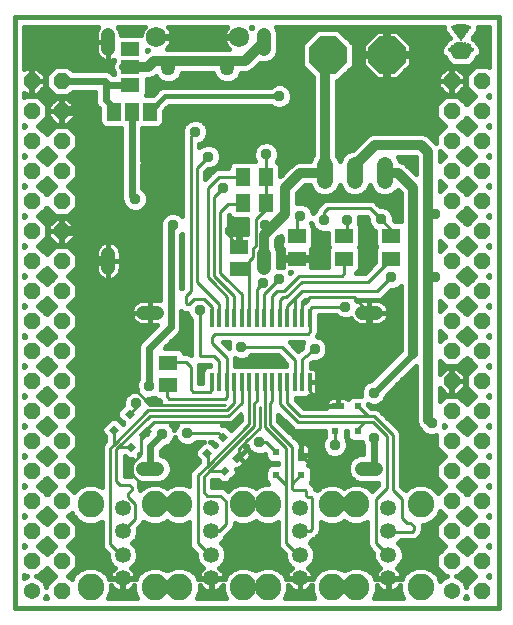
<source format=gbl>
G75*
%MOIN*%
%OFA0B0*%
%FSLAX24Y24*%
%IPPOS*%
%LPD*%
%AMOC8*
5,1,8,0,0,1.08239X$1,22.5*
%
%ADD10C,0.0160*%
%ADD11C,0.0540*%
%ADD12OC8,0.0540*%
%ADD13R,0.0138X0.0591*%
%ADD14OC8,0.1250*%
%ADD15C,0.0472*%
%ADD16C,0.0540*%
%ADD17R,0.0591X0.0512*%
%ADD18R,0.0512X0.0591*%
%ADD19R,0.0394X0.0236*%
%ADD20R,0.0236X0.0236*%
%ADD21R,0.0236X0.0394*%
%ADD22R,0.0236X0.0236*%
%ADD23R,0.0460X0.0630*%
%ADD24C,0.0531*%
%ADD25C,0.0886*%
%ADD26R,0.0630X0.0460*%
%ADD27C,0.0679*%
%ADD28C,0.0502*%
%ADD29R,0.0307X0.0004*%
%ADD30R,0.0339X0.0004*%
%ADD31R,0.0362X0.0004*%
%ADD32R,0.0386X0.0004*%
%ADD33R,0.0402X0.0004*%
%ADD34R,0.0417X0.0004*%
%ADD35R,0.0425X0.0004*%
%ADD36R,0.0441X0.0004*%
%ADD37R,0.0449X0.0004*%
%ADD38R,0.0465X0.0004*%
%ADD39R,0.0472X0.0004*%
%ADD40R,0.0480X0.0004*%
%ADD41R,0.0488X0.0004*%
%ADD42R,0.0496X0.0004*%
%ADD43R,0.0504X0.0004*%
%ADD44R,0.0512X0.0004*%
%ADD45R,0.0520X0.0004*%
%ADD46R,0.0528X0.0004*%
%ADD47R,0.0535X0.0004*%
%ADD48R,0.0543X0.0004*%
%ADD49R,0.0551X0.0004*%
%ADD50R,0.0559X0.0004*%
%ADD51R,0.0567X0.0004*%
%ADD52R,0.0575X0.0004*%
%ADD53R,0.0583X0.0004*%
%ADD54R,0.0591X0.0004*%
%ADD55R,0.0598X0.0004*%
%ADD56R,0.0606X0.0004*%
%ADD57R,0.0614X0.0004*%
%ADD58R,0.0622X0.0004*%
%ADD59R,0.0630X0.0004*%
%ADD60R,0.0638X0.0004*%
%ADD61R,0.0646X0.0004*%
%ADD62R,0.0654X0.0004*%
%ADD63R,0.0661X0.0004*%
%ADD64R,0.0669X0.0004*%
%ADD65R,0.0677X0.0004*%
%ADD66R,0.0685X0.0004*%
%ADD67R,0.0689X0.0004*%
%ADD68R,0.0697X0.0004*%
%ADD69R,0.0705X0.0004*%
%ADD70R,0.0709X0.0004*%
%ADD71R,0.0713X0.0004*%
%ADD72R,0.0795X0.0004*%
%ADD73R,0.0811X0.0004*%
%ADD74R,0.0819X0.0004*%
%ADD75R,0.0827X0.0004*%
%ADD76R,0.0835X0.0004*%
%ADD77R,0.0843X0.0004*%
%ADD78R,0.0846X0.0004*%
%ADD79R,0.0850X0.0004*%
%ADD80R,0.0854X0.0004*%
%ADD81R,0.0858X0.0004*%
%ADD82R,0.0701X0.0004*%
%ADD83R,0.0681X0.0004*%
%ADD84R,0.0657X0.0004*%
%ADD85R,0.0650X0.0004*%
%ADD86R,0.0445X0.0004*%
%ADD87R,0.0185X0.0004*%
%ADD88R,0.0433X0.0004*%
%ADD89R,0.0181X0.0004*%
%ADD90R,0.0406X0.0004*%
%ADD91R,0.0126X0.0004*%
%ADD92R,0.0043X0.0004*%
%ADD93R,0.0394X0.0004*%
%ADD94R,0.0008X0.0004*%
%ADD95R,0.0382X0.0004*%
%ADD96R,0.0130X0.0004*%
%ADD97R,0.0354X0.0004*%
%ADD98R,0.0134X0.0004*%
%ADD99R,0.0335X0.0004*%
%ADD100R,0.0138X0.0004*%
%ADD101R,0.0323X0.0004*%
%ADD102R,0.0142X0.0004*%
%ADD103R,0.0319X0.0004*%
%ADD104R,0.0146X0.0004*%
%ADD105R,0.0315X0.0004*%
%ADD106R,0.0154X0.0004*%
%ADD107R,0.0311X0.0004*%
%ADD108R,0.0173X0.0004*%
%ADD109R,0.0079X0.0004*%
%ADD110R,0.0051X0.0004*%
%ADD111R,0.0374X0.0004*%
%ADD112R,0.0366X0.0004*%
%ADD113R,0.0350X0.0004*%
%ADD114R,0.0004X0.0004*%
%ADD115R,0.0303X0.0004*%
%ADD116R,0.0059X0.0004*%
%ADD117R,0.0236X0.0004*%
%ADD118R,0.0228X0.0004*%
%ADD119R,0.0161X0.0004*%
%ADD120R,0.0055X0.0004*%
%ADD121R,0.0035X0.0004*%
%ADD122R,0.0047X0.0004*%
%ADD123R,0.0024X0.0004*%
%ADD124R,0.0016X0.0004*%
%ADD125R,0.0028X0.0004*%
%ADD126R,0.0012X0.0004*%
%ADD127R,0.0122X0.0004*%
%ADD128R,0.0106X0.0004*%
%ADD129R,0.0091X0.0004*%
%ADD130R,0.0067X0.0004*%
%ADD131R,0.0031X0.0004*%
%ADD132R,0.0039X0.0004*%
%ADD133R,0.0063X0.0004*%
%ADD134R,0.0071X0.0004*%
%ADD135R,0.0087X0.0004*%
%ADD136R,0.0094X0.0004*%
%ADD137R,0.0102X0.0004*%
%ADD138R,0.0110X0.0004*%
%ADD139R,0.0118X0.0004*%
%ADD140R,0.0150X0.0004*%
%ADD141R,0.0157X0.0004*%
%ADD142R,0.0165X0.0004*%
%ADD143R,0.0189X0.0004*%
%ADD144R,0.0197X0.0004*%
%ADD145R,0.0205X0.0004*%
%ADD146R,0.0213X0.0004*%
%ADD147R,0.0220X0.0004*%
%ADD148R,0.0244X0.0004*%
%ADD149R,0.0252X0.0004*%
%ADD150R,0.0260X0.0004*%
%ADD151R,0.0268X0.0004*%
%ADD152R,0.0276X0.0004*%
%ADD153R,0.0283X0.0004*%
%ADD154R,0.0291X0.0004*%
%ADD155R,0.0299X0.0004*%
%ADD156R,0.0331X0.0004*%
%ADD157R,0.0201X0.0004*%
%ADD158R,0.0224X0.0004*%
%ADD159R,0.0409X0.0004*%
%ADD160R,0.0421X0.0004*%
%ADD161R,0.0177X0.0004*%
%ADD162R,0.0114X0.0004*%
%ADD163R,0.0327X0.0004*%
%ADD164R,0.0358X0.0004*%
%ADD165R,0.0209X0.0004*%
%ADD166R,0.0217X0.0004*%
%ADD167R,0.0232X0.0004*%
%ADD168R,0.0240X0.0004*%
%ADD169R,0.0248X0.0004*%
%ADD170R,0.0370X0.0004*%
%ADD171R,0.0587X0.0004*%
%ADD172R,0.0378X0.0004*%
%ADD173R,0.0346X0.0004*%
%ADD174C,0.0320*%
%ADD175C,0.0376*%
%ADD176C,0.0100*%
%ADD177C,0.0240*%
D10*
X002254Y004003D02*
X018396Y004003D01*
X018396Y023688D01*
X002254Y023688D01*
X002254Y004003D01*
X002574Y005006D02*
X002675Y005048D01*
X002613Y005048D01*
X002574Y005088D01*
X002574Y005006D01*
X002974Y005048D02*
X003036Y005048D01*
X003325Y005337D01*
X003603Y005058D01*
X003315Y004769D01*
X003315Y004708D01*
X003257Y004847D01*
X003114Y004990D01*
X002974Y005048D01*
X003100Y005112D02*
X003549Y005112D01*
X003499Y004954D02*
X003150Y004954D01*
X003278Y004795D02*
X003341Y004795D01*
X003315Y004408D02*
X003279Y004323D01*
X003339Y004323D01*
X003315Y004347D01*
X003315Y004408D01*
X004046Y005058D02*
X004335Y005347D01*
X004335Y005769D01*
X004046Y006058D01*
X004335Y006347D01*
X004335Y006769D01*
X004046Y007058D01*
X004160Y007172D01*
X004206Y007061D01*
X004398Y006869D01*
X004649Y006765D01*
X004921Y006765D01*
X005153Y006861D01*
X005153Y006063D01*
X005197Y005957D01*
X005350Y005803D01*
X005350Y005666D01*
X005427Y005480D01*
X005570Y005338D01*
X005584Y005332D01*
X005566Y005319D01*
X005516Y005270D01*
X005475Y005213D01*
X005443Y005150D01*
X005421Y005084D01*
X005410Y005014D01*
X005410Y004988D01*
X005848Y004988D01*
X005848Y004971D01*
X005865Y004971D01*
X005865Y004988D01*
X006302Y004988D01*
X006302Y005014D01*
X006291Y005084D01*
X006269Y005150D01*
X006237Y005213D01*
X006196Y005270D01*
X006147Y005319D01*
X006129Y005332D01*
X006143Y005338D01*
X006285Y005480D01*
X006362Y005666D01*
X006362Y005867D01*
X006285Y006053D01*
X006178Y006160D01*
X006285Y006268D01*
X006362Y006454D01*
X006362Y006650D01*
X006515Y006803D01*
X006542Y006868D01*
X006791Y006765D01*
X007063Y006765D01*
X007314Y006869D01*
X007333Y006888D01*
X007351Y006869D01*
X007602Y006765D01*
X007874Y006765D01*
X008066Y006845D01*
X008066Y006103D01*
X008110Y005996D01*
X008303Y005803D01*
X008303Y005666D01*
X008380Y005480D01*
X008522Y005338D01*
X008536Y005332D01*
X008519Y005319D01*
X008469Y005270D01*
X008428Y005213D01*
X008396Y005150D01*
X008374Y005084D01*
X008363Y005014D01*
X008363Y004988D01*
X008800Y004988D01*
X008800Y004971D01*
X008363Y004971D01*
X008363Y004967D01*
X008317Y005079D01*
X008125Y005271D01*
X007874Y005375D01*
X007602Y005375D01*
X007351Y005271D01*
X007333Y005252D01*
X007314Y005271D01*
X007063Y005375D01*
X006791Y005375D01*
X006540Y005271D01*
X006348Y005079D01*
X006302Y004967D01*
X006302Y004971D01*
X005865Y004971D01*
X005865Y004534D01*
X005891Y004534D01*
X005961Y004545D01*
X006027Y004566D01*
X006090Y004598D01*
X006147Y004639D01*
X006196Y004689D01*
X006237Y004746D01*
X006244Y004759D01*
X006244Y004556D01*
X006341Y004323D01*
X005372Y004323D01*
X005468Y004556D01*
X005468Y004759D01*
X005475Y004746D01*
X005516Y004689D01*
X005566Y004639D01*
X005623Y004598D01*
X005685Y004566D01*
X005752Y004545D01*
X005821Y004534D01*
X005848Y004534D01*
X005848Y004971D01*
X005410Y004971D01*
X005410Y004967D01*
X005364Y005079D01*
X005172Y005271D01*
X005517Y005271D01*
X005478Y005429D02*
X004335Y005429D01*
X004335Y005588D02*
X005383Y005588D01*
X005350Y005746D02*
X004335Y005746D01*
X004199Y005905D02*
X005249Y005905D01*
X005153Y006063D02*
X004051Y006063D01*
X004210Y006222D02*
X005153Y006222D01*
X005153Y006380D02*
X004335Y006380D01*
X004335Y006539D02*
X005153Y006539D01*
X005153Y006697D02*
X004335Y006697D01*
X004248Y006856D02*
X004430Y006856D01*
X004253Y007014D02*
X004090Y007014D01*
X003603Y007058D02*
X003325Y006779D01*
X003046Y007058D01*
X003325Y007337D01*
X003603Y007058D01*
X003560Y007014D02*
X003090Y007014D01*
X003161Y007173D02*
X003489Y007173D01*
X003330Y007331D02*
X003319Y007331D01*
X003325Y007779D02*
X003603Y008058D01*
X003325Y008337D01*
X003046Y008058D01*
X003325Y007779D01*
X003352Y007807D02*
X003297Y007807D01*
X003139Y007965D02*
X003511Y007965D01*
X003538Y008124D02*
X003112Y008124D01*
X003270Y008282D02*
X003379Y008282D01*
X003325Y008779D02*
X003603Y009058D01*
X003325Y009337D01*
X003046Y009058D01*
X003325Y008779D01*
X003188Y008916D02*
X003462Y008916D01*
X003587Y009075D02*
X003063Y009075D01*
X003221Y009233D02*
X003428Y009233D01*
X003325Y009779D02*
X003603Y010058D01*
X003325Y010337D01*
X003046Y010058D01*
X003325Y009779D01*
X003237Y009867D02*
X003413Y009867D01*
X003571Y010026D02*
X003078Y010026D01*
X003172Y010184D02*
X003477Y010184D01*
X003325Y010779D02*
X003603Y011058D01*
X003325Y011337D01*
X003046Y011058D01*
X003325Y010779D01*
X003286Y010818D02*
X003364Y010818D01*
X003522Y010977D02*
X003127Y010977D01*
X003123Y011135D02*
X003526Y011135D01*
X003368Y011294D02*
X003282Y011294D01*
X003325Y011779D02*
X003603Y012058D01*
X003325Y012337D01*
X003046Y012058D01*
X003325Y011779D01*
X003176Y011928D02*
X003473Y011928D01*
X003575Y012086D02*
X003074Y012086D01*
X003233Y012245D02*
X003417Y012245D01*
X003325Y012779D02*
X003603Y013058D01*
X003325Y013337D01*
X003046Y013058D01*
X003325Y012779D01*
X003424Y012879D02*
X003225Y012879D01*
X003067Y013037D02*
X003583Y013037D01*
X003466Y013196D02*
X003184Y013196D01*
X003325Y013779D02*
X003603Y014058D01*
X003325Y014337D01*
X003046Y014058D01*
X003325Y013779D01*
X003375Y013830D02*
X003274Y013830D01*
X003116Y013988D02*
X003534Y013988D01*
X003515Y014147D02*
X003135Y014147D01*
X003293Y014305D02*
X003356Y014305D01*
X003325Y014779D02*
X003603Y015058D01*
X003325Y015337D01*
X003046Y015058D01*
X003325Y014779D01*
X003323Y014781D02*
X003326Y014781D01*
X003485Y014939D02*
X003165Y014939D01*
X003086Y015098D02*
X003564Y015098D01*
X003405Y015256D02*
X003244Y015256D01*
X003325Y015779D02*
X003046Y016058D01*
X003335Y016347D01*
X003335Y016769D01*
X003046Y017058D01*
X003325Y017337D01*
X003613Y017048D01*
X004036Y017048D01*
X004335Y017347D01*
X004335Y017769D01*
X004046Y018058D01*
X004335Y018347D01*
X004335Y018769D01*
X004046Y019058D01*
X004335Y019347D01*
X004335Y019769D01*
X004036Y020068D01*
X003613Y020068D01*
X003325Y019779D01*
X003046Y020058D01*
X003335Y020347D01*
X003335Y020769D01*
X003036Y021068D01*
X002613Y021068D01*
X002574Y021028D01*
X002574Y021173D01*
X002638Y021108D01*
X002815Y021108D01*
X002815Y021548D01*
X002835Y021548D01*
X002835Y021568D01*
X003275Y021568D01*
X003275Y021744D01*
X003011Y022008D01*
X002835Y022008D01*
X002835Y021568D01*
X002815Y021568D01*
X002815Y022008D01*
X002638Y022008D01*
X002574Y021944D01*
X002574Y023368D01*
X005046Y023368D01*
X005014Y023323D01*
X004984Y023265D01*
X004964Y023203D01*
X004953Y023138D01*
X004953Y022869D01*
X004953Y022600D01*
X004964Y022535D01*
X004984Y022473D01*
X005014Y022415D01*
X005052Y022362D01*
X005098Y022315D01*
X005151Y022277D01*
X005210Y022247D01*
X005272Y022227D01*
X005337Y022217D01*
X005370Y022217D01*
X005402Y022217D01*
X005467Y022227D01*
X005529Y022247D01*
X005557Y022261D01*
X005557Y022215D01*
X005515Y022114D01*
X005515Y021955D01*
X005557Y021854D01*
X005557Y021794D01*
X005532Y021794D01*
X005489Y021837D01*
X005463Y021863D01*
X005331Y021918D01*
X004186Y021918D01*
X004036Y022068D01*
X003613Y022068D01*
X003315Y021769D01*
X003315Y021347D01*
X003613Y021048D01*
X004036Y021048D01*
X004186Y021198D01*
X004925Y021198D01*
X004925Y020860D01*
X004980Y020728D01*
X005081Y020627D01*
X005081Y020627D01*
X005081Y020176D01*
X005118Y020087D01*
X005185Y020020D01*
X005274Y019983D01*
X005791Y019983D01*
X005791Y017672D01*
X005841Y017551D01*
X005841Y017540D01*
X005907Y017382D01*
X006027Y017262D01*
X006184Y017197D01*
X006355Y017197D01*
X006512Y017262D01*
X006632Y017382D01*
X006698Y017540D01*
X006698Y017710D01*
X006632Y017868D01*
X006512Y017988D01*
X006511Y017988D01*
X006511Y018767D01*
X006520Y018788D01*
X006520Y018903D01*
X006511Y018924D01*
X006511Y019983D01*
X007029Y019983D01*
X007117Y020020D01*
X007185Y020087D01*
X007221Y020176D01*
X007221Y020556D01*
X007396Y020730D01*
X010787Y020730D01*
X010830Y020687D01*
X010988Y020622D01*
X011158Y020622D01*
X011315Y020687D01*
X011436Y020808D01*
X011501Y020965D01*
X011501Y021135D01*
X011436Y021293D01*
X011315Y021413D01*
X011158Y021478D01*
X010988Y021478D01*
X010830Y021413D01*
X010787Y021370D01*
X007200Y021370D01*
X007082Y021321D01*
X006854Y021093D01*
X006641Y021093D01*
X006667Y021157D01*
X006667Y021634D01*
X006782Y021634D01*
X006929Y021695D01*
X006951Y021718D01*
X006956Y021707D01*
X007094Y021569D01*
X007274Y021494D01*
X007470Y021494D01*
X007650Y021569D01*
X007788Y021707D01*
X007840Y021831D01*
X008873Y021831D01*
X008924Y021707D01*
X009062Y021569D01*
X009243Y021494D01*
X009438Y021494D01*
X009619Y021569D01*
X009757Y021707D01*
X009808Y021831D01*
X010011Y021831D01*
X010158Y021892D01*
X010271Y022005D01*
X010438Y022172D01*
X010475Y022157D01*
X010664Y022157D01*
X010839Y022229D01*
X010973Y022363D01*
X011046Y022538D01*
X011046Y023200D01*
X010976Y023368D01*
X016559Y023368D01*
X016559Y023280D01*
X016596Y023192D01*
X016601Y023187D01*
X016603Y023180D01*
X016613Y023171D01*
X016615Y023164D01*
X016624Y023155D01*
X016627Y023148D01*
X016635Y023141D01*
X016635Y023141D01*
X016636Y023139D01*
X016639Y023133D01*
X016648Y023124D01*
X016651Y023117D01*
X016660Y023108D01*
X016663Y023101D01*
X016672Y023092D01*
X016674Y023086D01*
X016683Y023076D01*
X016686Y023070D01*
X016695Y023061D01*
X016698Y023054D01*
X016703Y023049D01*
X016706Y023042D01*
X016715Y023033D01*
X016718Y023026D01*
X016727Y023017D01*
X016729Y023011D01*
X016739Y023002D01*
X016741Y022995D01*
X016750Y022986D01*
X016753Y022979D01*
X016754Y022978D01*
X016683Y022949D01*
X016615Y022881D01*
X016599Y022841D01*
X016596Y022838D01*
X016592Y022834D01*
X016588Y022830D01*
X016584Y022826D01*
X016580Y022822D01*
X016525Y022767D01*
X016521Y022763D01*
X016517Y022759D01*
X016513Y022755D01*
X016509Y022751D01*
X016505Y022747D01*
X016469Y022659D01*
X016469Y022657D01*
X016465Y022647D01*
X016465Y022528D01*
X016469Y022519D01*
X016469Y022516D01*
X016505Y022428D01*
X016573Y022361D01*
X016577Y022357D01*
X016580Y022353D01*
X016584Y022349D01*
X016588Y022345D01*
X016592Y022341D01*
X016599Y022338D01*
X016600Y022337D01*
X016600Y022337D01*
X016600Y022337D01*
X016611Y022310D01*
X016613Y022309D01*
X016615Y022302D01*
X016616Y022301D01*
X016619Y022294D01*
X016620Y022293D01*
X016623Y022286D01*
X016624Y022285D01*
X016627Y022278D01*
X016628Y022277D01*
X016631Y022271D01*
X016632Y022269D01*
X016635Y022263D01*
X016636Y022262D01*
X016639Y022255D01*
X016644Y022250D01*
X016647Y022243D01*
X016652Y022238D01*
X016655Y022231D01*
X016664Y022222D01*
X016666Y022215D01*
X016734Y022148D01*
X016738Y022144D01*
X016742Y022140D01*
X016746Y022136D01*
X016750Y022132D01*
X016754Y022128D01*
X016758Y022124D01*
X016762Y022120D01*
X016765Y022116D01*
X016772Y022114D01*
X016773Y022112D01*
X016777Y022109D01*
X016784Y022106D01*
X016785Y022105D01*
X016789Y022101D01*
X016796Y022098D01*
X016797Y022097D01*
X016804Y022094D01*
X016805Y022093D01*
X016893Y022056D01*
X016895Y022056D01*
X016905Y022052D01*
X016907Y022052D01*
X016917Y022048D01*
X016923Y022048D01*
X016932Y022044D01*
X017335Y022044D01*
X017345Y022048D01*
X017351Y022048D01*
X017360Y022052D01*
X017363Y022052D01*
X017372Y022056D01*
X017374Y022056D01*
X017463Y022093D01*
X017464Y022094D01*
X017470Y022097D01*
X017472Y022098D01*
X017478Y022101D01*
X017482Y022105D01*
X017483Y022106D01*
X017490Y022109D01*
X017494Y022112D01*
X017495Y022114D01*
X017502Y022116D01*
X017506Y022120D01*
X017510Y022124D01*
X017514Y022128D01*
X017518Y022132D01*
X017522Y022136D01*
X017526Y022140D01*
X017530Y022144D01*
X017533Y022148D01*
X017601Y022215D01*
X017604Y022222D01*
X017613Y022231D01*
X017616Y022238D01*
X017621Y022243D01*
X017623Y022250D01*
X017629Y022255D01*
X017631Y022262D01*
X017632Y022263D01*
X017635Y022269D01*
X017636Y022271D01*
X017639Y022277D01*
X017640Y022278D01*
X017643Y022285D01*
X017644Y022286D01*
X017647Y022293D01*
X017648Y022294D01*
X017651Y022301D01*
X017652Y022302D01*
X017655Y022309D01*
X017656Y022310D01*
X017667Y022337D01*
X017667Y022337D01*
X017667Y022337D01*
X017668Y022338D01*
X017675Y022341D01*
X017679Y022345D01*
X017683Y022349D01*
X017687Y022353D01*
X017691Y022357D01*
X017758Y022424D01*
X017761Y022431D01*
X017762Y022432D01*
X017799Y022520D01*
X017799Y022526D01*
X017803Y022536D01*
X017803Y022643D01*
X017799Y022653D01*
X017799Y022655D01*
X017762Y022743D01*
X017761Y022744D01*
X017758Y022751D01*
X017755Y022755D01*
X017751Y022759D01*
X017747Y022763D01*
X017743Y022767D01*
X017677Y022832D01*
X017672Y022846D01*
X017671Y022847D01*
X017668Y022853D01*
X017667Y022855D01*
X017664Y022861D01*
X017660Y022865D01*
X017659Y022866D01*
X017656Y022873D01*
X017589Y022941D01*
X017589Y022941D01*
X017569Y022960D01*
X017562Y022963D01*
X017557Y022968D01*
X017550Y022971D01*
X017549Y022972D01*
X017542Y022975D01*
X017541Y022976D01*
X017535Y022979D01*
X017533Y022980D01*
X017518Y022987D01*
X017526Y022995D01*
X017529Y023002D01*
X017538Y023011D01*
X017541Y023017D01*
X017546Y023023D01*
X018076Y023023D01*
X018076Y023181D02*
X017665Y023181D01*
X017664Y023180D02*
X017667Y023187D01*
X017672Y023192D01*
X017708Y023280D01*
X017708Y023368D01*
X018076Y023368D01*
X018076Y022028D01*
X018036Y022068D01*
X017613Y022068D01*
X017315Y021769D01*
X017315Y021347D01*
X017603Y021058D01*
X017325Y020779D01*
X017036Y021068D01*
X016613Y021068D01*
X016315Y020769D01*
X016315Y020347D01*
X016603Y020058D01*
X016315Y019769D01*
X016315Y019484D01*
X016260Y019539D01*
X016024Y019775D01*
X015877Y019836D01*
X014182Y019836D01*
X014035Y019775D01*
X013531Y019271D01*
X013491Y019271D01*
X013303Y019193D01*
X013160Y019050D01*
X013092Y018887D01*
X013025Y019050D01*
X012992Y019082D01*
X012992Y021563D01*
X013045Y021563D01*
X013552Y022070D01*
X013552Y022786D01*
X013045Y023293D01*
X012329Y023293D01*
X011822Y022786D01*
X011822Y022070D01*
X012192Y021699D01*
X012192Y019082D01*
X012160Y019050D01*
X012094Y018891D01*
X011702Y018891D01*
X011555Y018830D01*
X011442Y018718D01*
X011116Y018391D01*
X011116Y018716D01*
X011079Y018804D01*
X011012Y018872D01*
X011000Y018876D01*
X011003Y018879D01*
X011068Y019036D01*
X011068Y019206D01*
X011003Y019364D01*
X010882Y019484D01*
X010725Y019549D01*
X010554Y019549D01*
X010397Y019484D01*
X010277Y019364D01*
X010212Y019206D01*
X010212Y019036D01*
X010272Y018890D01*
X010246Y018879D01*
X010176Y018908D01*
X009568Y018908D01*
X009480Y018872D01*
X009413Y018804D01*
X009376Y018716D01*
X009376Y018663D01*
X009115Y018663D01*
X009107Y018666D01*
X009057Y018663D01*
X009007Y018663D01*
X009000Y018660D01*
X008992Y018660D01*
X008947Y018638D01*
X008901Y018619D01*
X008895Y018613D01*
X008888Y018610D01*
X008854Y018573D01*
X008819Y018537D01*
X008816Y018530D01*
X008607Y018298D01*
X008607Y018528D01*
X008693Y018614D01*
X008796Y018614D01*
X008953Y018679D01*
X009073Y018800D01*
X009139Y018957D01*
X009139Y019127D01*
X009073Y019285D01*
X008953Y019405D01*
X008796Y019470D01*
X008625Y019470D01*
X008468Y019405D01*
X008410Y019347D01*
X008410Y019461D01*
X008520Y019506D01*
X008640Y019627D01*
X008706Y019784D01*
X008706Y019954D01*
X008640Y020112D01*
X008520Y020232D01*
X008363Y020297D01*
X008192Y020297D01*
X008035Y020232D01*
X007914Y020112D01*
X007849Y019954D01*
X007849Y019816D01*
X007830Y019769D01*
X007830Y017064D01*
X007772Y017122D01*
X007615Y017187D01*
X007444Y017187D01*
X007287Y017122D01*
X007166Y017001D01*
X007101Y016844D01*
X007101Y016777D01*
X007091Y016752D01*
X007091Y014248D01*
X007042Y014256D01*
X006773Y014256D01*
X006773Y013840D01*
X006773Y013840D01*
X006773Y013424D01*
X006992Y013424D01*
X006437Y012868D01*
X006382Y012736D01*
X006382Y011650D01*
X006379Y011647D01*
X006314Y011490D01*
X006314Y011319D01*
X006346Y011242D01*
X006224Y011242D01*
X006066Y011177D01*
X005946Y011056D01*
X005881Y010899D01*
X005881Y010768D01*
X005714Y010601D01*
X005677Y010513D01*
X005677Y010418D01*
X005714Y010329D01*
X005879Y010164D01*
X005856Y010142D01*
X005691Y010307D01*
X005603Y010343D01*
X005508Y010343D01*
X005419Y010307D01*
X005185Y010072D01*
X005148Y009984D01*
X005148Y009889D01*
X005185Y009800D01*
X005265Y009720D01*
X005265Y009551D01*
X005197Y009482D01*
X005153Y009376D01*
X005153Y008035D01*
X004921Y008131D01*
X004649Y008131D01*
X004398Y008027D01*
X004238Y007866D01*
X004046Y008058D01*
X004335Y008347D01*
X004335Y008769D01*
X004046Y009058D01*
X004335Y009347D01*
X004335Y009769D01*
X004046Y010058D01*
X004335Y010347D01*
X004335Y010769D01*
X004046Y011058D01*
X004335Y011347D01*
X004335Y011769D01*
X004046Y012058D01*
X004335Y012347D01*
X004335Y012769D01*
X004046Y013058D01*
X004335Y013347D01*
X004335Y013769D01*
X004046Y014058D01*
X004335Y014347D01*
X004335Y014769D01*
X004046Y015058D01*
X004335Y015347D01*
X004335Y015769D01*
X004036Y016068D01*
X003613Y016068D01*
X003325Y015779D01*
X003214Y015890D02*
X003436Y015890D01*
X003594Y016049D02*
X003055Y016049D01*
X003195Y016207D02*
X003539Y016207D01*
X003638Y016108D02*
X003375Y016372D01*
X003375Y016548D01*
X003815Y016548D01*
X003835Y016548D01*
X003835Y016568D01*
X004275Y016568D01*
X004275Y016744D01*
X004011Y017008D01*
X003835Y017008D01*
X003835Y016568D01*
X003815Y016568D01*
X003815Y017008D01*
X003638Y017008D01*
X003375Y016744D01*
X003375Y016568D01*
X003815Y016568D01*
X003815Y016548D01*
X003815Y016108D01*
X003638Y016108D01*
X003835Y016108D02*
X004011Y016108D01*
X004275Y016372D01*
X004275Y016548D01*
X003835Y016548D01*
X003835Y016108D01*
X003835Y016207D02*
X003815Y016207D01*
X003815Y016366D02*
X003835Y016366D01*
X003835Y016524D02*
X003815Y016524D01*
X003815Y016683D02*
X003835Y016683D01*
X003835Y016841D02*
X003815Y016841D01*
X003815Y017000D02*
X003835Y017000D01*
X004019Y017000D02*
X007166Y017000D01*
X007101Y016841D02*
X004178Y016841D01*
X004275Y016683D02*
X007091Y016683D01*
X007091Y016524D02*
X004275Y016524D01*
X004269Y016366D02*
X007091Y016366D01*
X007091Y016207D02*
X005479Y016207D01*
X005467Y016211D02*
X005402Y016222D01*
X005370Y016222D01*
X005370Y015569D01*
X005370Y015569D01*
X005786Y015569D01*
X005786Y015300D01*
X005776Y015235D01*
X005755Y015173D01*
X005726Y015115D01*
X005687Y015062D01*
X005641Y015015D01*
X005588Y014977D01*
X005529Y014947D01*
X005467Y014927D01*
X005402Y014917D01*
X005370Y014917D01*
X005370Y015569D01*
X005786Y015569D01*
X005786Y015838D01*
X005776Y015903D01*
X005755Y015965D01*
X005726Y016023D01*
X005687Y016076D01*
X005641Y016123D01*
X005588Y016161D01*
X005529Y016191D01*
X005467Y016211D01*
X005370Y016207D02*
X005370Y016207D01*
X005370Y016222D02*
X005337Y016222D01*
X005272Y016211D01*
X005210Y016191D01*
X005151Y016161D01*
X005098Y016123D01*
X005052Y016076D01*
X005014Y016023D01*
X004984Y015965D01*
X004964Y015903D01*
X004953Y015838D01*
X004953Y015569D01*
X004953Y015300D01*
X004964Y015235D01*
X004984Y015173D01*
X005014Y015115D01*
X005052Y015062D01*
X005098Y015015D01*
X005151Y014977D01*
X005210Y014947D01*
X005272Y014927D01*
X005337Y014917D01*
X005370Y014917D01*
X005370Y015569D01*
X005370Y015569D01*
X005370Y015569D01*
X005370Y016222D01*
X005260Y016207D02*
X004110Y016207D01*
X004055Y016049D02*
X005032Y016049D01*
X004962Y015890D02*
X004214Y015890D01*
X004335Y015732D02*
X004953Y015732D01*
X004953Y015573D02*
X004335Y015573D01*
X004335Y015415D02*
X004953Y015415D01*
X004953Y015569D02*
X005370Y015569D01*
X005370Y015569D01*
X004953Y015569D01*
X004960Y015256D02*
X004244Y015256D01*
X004086Y015098D02*
X005026Y015098D01*
X005233Y014939D02*
X004165Y014939D01*
X004323Y014781D02*
X007091Y014781D01*
X007091Y014939D02*
X005506Y014939D01*
X005370Y014939D02*
X005370Y014939D01*
X005370Y015098D02*
X005370Y015098D01*
X005370Y015256D02*
X005370Y015256D01*
X005370Y015415D02*
X005370Y015415D01*
X005370Y015573D02*
X005370Y015573D01*
X005370Y015732D02*
X005370Y015732D01*
X005370Y015890D02*
X005370Y015890D01*
X005370Y016049D02*
X005370Y016049D01*
X005128Y016483D02*
X004852Y016483D01*
X004146Y017158D02*
X007375Y017158D01*
X007683Y017158D02*
X007830Y017158D01*
X007830Y017317D02*
X006567Y017317D01*
X006671Y017475D02*
X007830Y017475D01*
X007830Y017634D02*
X006698Y017634D01*
X006664Y017792D02*
X007830Y017792D01*
X007830Y017951D02*
X006549Y017951D01*
X006511Y018109D02*
X007830Y018109D01*
X007830Y018268D02*
X006511Y018268D01*
X006511Y018426D02*
X007830Y018426D01*
X007830Y018585D02*
X006511Y018585D01*
X006511Y018743D02*
X007830Y018743D01*
X007830Y018902D02*
X006520Y018902D01*
X006511Y019060D02*
X007830Y019060D01*
X007830Y019219D02*
X006511Y019219D01*
X006511Y019377D02*
X007830Y019377D01*
X007830Y019536D02*
X006511Y019536D01*
X006511Y019694D02*
X007830Y019694D01*
X007849Y019853D02*
X006511Y019853D01*
X007097Y020011D02*
X007873Y020011D01*
X007973Y020170D02*
X007219Y020170D01*
X007221Y020328D02*
X012192Y020328D01*
X012192Y020170D02*
X008582Y020170D01*
X008682Y020011D02*
X012192Y020011D01*
X012192Y019853D02*
X008706Y019853D01*
X008668Y019694D02*
X012192Y019694D01*
X012192Y019536D02*
X010757Y019536D01*
X010523Y019536D02*
X008550Y019536D01*
X008440Y019377D02*
X008410Y019377D01*
X008981Y019377D02*
X010291Y019377D01*
X010217Y019219D02*
X009101Y019219D01*
X009139Y019060D02*
X010212Y019060D01*
X010191Y018902D02*
X010267Y018902D01*
X009553Y018902D02*
X009116Y018902D01*
X009017Y018743D02*
X009387Y018743D01*
X008865Y018585D02*
X008663Y018585D01*
X008607Y018426D02*
X008723Y018426D01*
X009408Y017086D02*
X009413Y017076D01*
X009480Y017008D01*
X009568Y016972D01*
X009995Y016972D01*
X009995Y016466D01*
X009782Y016466D01*
X009782Y016078D01*
X009686Y016078D01*
X009686Y016466D01*
X009415Y016466D01*
X009394Y016461D01*
X009394Y017072D01*
X009408Y017086D01*
X009394Y017000D02*
X009500Y017000D01*
X009394Y016841D02*
X009995Y016841D01*
X009995Y016683D02*
X009394Y016683D01*
X009394Y016524D02*
X009995Y016524D01*
X009782Y016366D02*
X009686Y016366D01*
X009686Y016207D02*
X009782Y016207D01*
X010970Y016207D02*
X011128Y016207D01*
X011128Y016081D02*
X011165Y015993D01*
X011199Y015958D01*
X011188Y015916D01*
X011188Y015685D01*
X011615Y015685D01*
X011615Y015589D01*
X011188Y015589D01*
X011188Y015363D01*
X011158Y015376D01*
X011046Y015376D01*
X011046Y015900D01*
X010973Y016075D01*
X010970Y016079D01*
X010970Y016248D01*
X011004Y016282D01*
X011128Y016406D01*
X011128Y016081D01*
X011141Y016049D02*
X010984Y016049D01*
X011046Y015890D02*
X011188Y015890D01*
X011188Y015732D02*
X011046Y015732D01*
X011046Y015573D02*
X011188Y015573D01*
X011188Y015415D02*
X011046Y015415D01*
X011425Y015201D02*
X011467Y015201D01*
X011442Y015176D01*
X011436Y015190D01*
X011425Y015201D01*
X011711Y015589D02*
X011711Y015685D01*
X012139Y015685D01*
X012139Y015916D01*
X012127Y015958D01*
X012162Y015993D01*
X012199Y016081D01*
X012199Y016688D01*
X012162Y016777D01*
X012126Y016813D01*
X012142Y016829D01*
X012206Y016674D01*
X012326Y016553D01*
X012484Y016488D01*
X012654Y016488D01*
X012703Y016508D01*
X012703Y016081D01*
X012732Y016011D01*
X012703Y015940D01*
X012703Y015356D01*
X012138Y015356D01*
X012139Y015357D01*
X012139Y015589D01*
X011711Y015589D01*
X012139Y015573D02*
X012703Y015573D01*
X012703Y015415D02*
X012139Y015415D01*
X012139Y015732D02*
X012703Y015732D01*
X012703Y015890D02*
X012139Y015890D01*
X012185Y016049D02*
X012716Y016049D01*
X012703Y016207D02*
X012199Y016207D01*
X012199Y016366D02*
X012703Y016366D01*
X012396Y016524D02*
X012199Y016524D01*
X012199Y016683D02*
X012202Y016683D01*
X012208Y017161D02*
X012144Y017316D01*
X012024Y017437D01*
X011867Y017502D01*
X011696Y017502D01*
X011670Y017491D01*
X011670Y017814D01*
X011947Y018091D01*
X012094Y018091D01*
X012160Y017932D01*
X012303Y017789D01*
X012491Y017711D01*
X012694Y017711D01*
X012881Y017789D01*
X013025Y017932D01*
X013092Y018096D01*
X013160Y017932D01*
X013303Y017789D01*
X013491Y017711D01*
X013694Y017711D01*
X013881Y017789D01*
X014025Y017932D01*
X014092Y018096D01*
X014160Y017932D01*
X014303Y017789D01*
X014491Y017711D01*
X014694Y017711D01*
X014881Y017789D01*
X015022Y017929D01*
X015122Y017829D01*
X015122Y016881D01*
X014944Y016881D01*
X014887Y016938D01*
X014887Y017041D01*
X014821Y017198D01*
X014701Y017319D01*
X014544Y017384D01*
X014441Y017384D01*
X014268Y017556D01*
X014162Y017600D01*
X012629Y017600D01*
X012523Y017556D01*
X012441Y017474D01*
X012323Y017356D01*
X012279Y017250D01*
X012279Y017232D01*
X012208Y017161D01*
X012144Y017317D02*
X012307Y017317D01*
X012442Y017475D02*
X011930Y017475D01*
X011807Y017951D02*
X012152Y017951D01*
X012300Y017792D02*
X011670Y017792D01*
X011670Y017634D02*
X015122Y017634D01*
X015122Y017792D02*
X014885Y017792D01*
X015122Y017475D02*
X014349Y017475D01*
X014300Y017792D02*
X013885Y017792D01*
X014033Y017951D02*
X014152Y017951D01*
X014703Y017317D02*
X015122Y017317D01*
X015122Y017158D02*
X014838Y017158D01*
X014887Y017000D02*
X015122Y017000D01*
X014278Y016567D02*
X014278Y016081D01*
X014307Y016011D01*
X014278Y015940D01*
X014278Y015512D01*
X013925Y015159D01*
X013625Y015159D01*
X013669Y015177D01*
X013737Y015245D01*
X013773Y015333D01*
X013773Y015940D01*
X013744Y016011D01*
X013773Y016081D01*
X013773Y016688D01*
X013737Y016777D01*
X013727Y016787D01*
X013745Y016831D01*
X013745Y017001D01*
X013737Y017020D01*
X013984Y017020D01*
X014030Y016974D01*
X014030Y016871D01*
X014096Y016713D01*
X014216Y016593D01*
X014278Y016567D01*
X014278Y016524D02*
X013773Y016524D01*
X013773Y016366D02*
X014278Y016366D01*
X014278Y016207D02*
X013773Y016207D01*
X013760Y016049D02*
X014291Y016049D01*
X014278Y015890D02*
X013773Y015890D01*
X013773Y015732D02*
X014278Y015732D01*
X014278Y015573D02*
X013773Y015573D01*
X013773Y015415D02*
X014181Y015415D01*
X014022Y015256D02*
X013742Y015256D01*
X013649Y014264D02*
X014398Y014264D01*
X014505Y014308D01*
X014795Y014598D01*
X014898Y014598D01*
X015055Y014664D01*
X015122Y014730D01*
X015122Y012577D01*
X014141Y011596D01*
X014137Y011596D01*
X013980Y011531D01*
X013859Y011411D01*
X013794Y011253D01*
X013794Y011083D01*
X013798Y011074D01*
X013525Y011074D01*
X013437Y011037D01*
X013369Y010970D01*
X013360Y010947D01*
X013329Y010978D01*
X013288Y011001D01*
X013242Y011014D01*
X013022Y011014D01*
X013022Y010716D01*
X013022Y010716D01*
X013022Y011014D01*
X012801Y011014D01*
X012755Y011001D01*
X012714Y010978D01*
X012681Y010944D01*
X012657Y010903D01*
X012645Y010857D01*
X012645Y010716D01*
X013022Y010716D01*
X013022Y010716D01*
X012645Y010716D01*
X012645Y010671D01*
X011901Y010671D01*
X011630Y010942D01*
X011630Y010989D01*
X011709Y010989D01*
X011718Y010992D01*
X011727Y010989D01*
X011961Y010989D01*
X012049Y011025D01*
X012072Y011049D01*
X012096Y011049D01*
X012096Y011072D01*
X012096Y011072D01*
X012096Y011049D01*
X012189Y011049D01*
X012234Y011061D01*
X012275Y011085D01*
X012309Y011118D01*
X012333Y011159D01*
X012345Y011205D01*
X012345Y011524D01*
X012345Y011843D01*
X012333Y011889D01*
X012309Y011930D01*
X012275Y011963D01*
X012234Y011987D01*
X012189Y011999D01*
X012134Y011999D01*
X012134Y012155D01*
X012185Y012197D01*
X012339Y012197D01*
X012496Y012262D01*
X012617Y012382D01*
X012682Y012540D01*
X012682Y012710D01*
X012617Y012868D01*
X012496Y012988D01*
X012342Y013052D01*
X012386Y013158D01*
X012386Y013261D01*
X012405Y013307D01*
X012405Y013752D01*
X012962Y013752D01*
X013035Y013679D01*
X013192Y013614D01*
X013363Y013614D01*
X013463Y013656D01*
X013480Y013622D01*
X013519Y013569D01*
X013565Y013522D01*
X013618Y013484D01*
X013677Y013454D01*
X013739Y013434D01*
X013804Y013424D01*
X014073Y013424D01*
X014342Y013424D01*
X014406Y013434D01*
X014469Y013454D01*
X014527Y013484D01*
X014580Y013522D01*
X014626Y013569D01*
X014665Y013622D01*
X014695Y013680D01*
X014715Y013742D01*
X014725Y013807D01*
X014725Y013840D01*
X014725Y013873D01*
X014715Y013937D01*
X014695Y014000D01*
X014665Y014058D01*
X014626Y014111D01*
X014580Y014157D01*
X014527Y014196D01*
X014469Y014226D01*
X014406Y014246D01*
X014342Y014256D01*
X014073Y014256D01*
X014073Y013840D01*
X014725Y013840D01*
X014073Y013840D01*
X014073Y013840D01*
X014073Y013840D01*
X014073Y013424D01*
X014073Y013840D01*
X014073Y013840D01*
X014073Y014256D01*
X013804Y014256D01*
X013739Y014246D01*
X013677Y014226D01*
X013667Y014221D01*
X013649Y014264D01*
X014073Y014147D02*
X014073Y014147D01*
X014073Y013988D02*
X014073Y013988D01*
X014073Y013830D02*
X014073Y013830D01*
X014073Y013671D02*
X014073Y013671D01*
X014073Y013513D02*
X014073Y013513D01*
X014567Y013513D02*
X015122Y013513D01*
X015122Y013671D02*
X014690Y013671D01*
X014725Y013830D02*
X015122Y013830D01*
X015122Y013988D02*
X014698Y013988D01*
X014591Y014147D02*
X015122Y014147D01*
X015122Y014305D02*
X014498Y014305D01*
X014660Y014464D02*
X015122Y014464D01*
X015122Y014622D02*
X014956Y014622D01*
X015122Y013354D02*
X012405Y013354D01*
X012405Y013513D02*
X013578Y013513D01*
X013054Y013671D02*
X012405Y013671D01*
X012386Y013196D02*
X015122Y013196D01*
X015122Y013037D02*
X012377Y013037D01*
X012605Y012879D02*
X015122Y012879D01*
X015122Y012720D02*
X012678Y012720D01*
X012682Y012562D02*
X015107Y012562D01*
X014948Y012403D02*
X012625Y012403D01*
X012455Y012245D02*
X014790Y012245D01*
X014631Y012086D02*
X012134Y012086D01*
X012310Y011928D02*
X014473Y011928D01*
X014314Y011769D02*
X012345Y011769D01*
X012345Y011611D02*
X014156Y011611D01*
X013901Y011452D02*
X012345Y011452D01*
X012345Y011524D02*
X012153Y011524D01*
X012345Y011524D01*
X012153Y011524D02*
X012153Y011524D01*
X012345Y011294D02*
X013811Y011294D01*
X013794Y011135D02*
X012319Y011135D01*
X012713Y010977D02*
X011630Y010977D01*
X011754Y010818D02*
X012645Y010818D01*
X013022Y010818D02*
X013022Y010818D01*
X013022Y010977D02*
X013022Y010977D01*
X013330Y010977D02*
X013377Y010977D01*
X014049Y010777D02*
X014049Y010768D01*
X014146Y010671D01*
X014280Y010671D01*
X014387Y010627D01*
X014468Y010545D01*
X015098Y009915D01*
X015142Y009809D01*
X015142Y008060D01*
X015287Y007915D01*
X015398Y008027D01*
X015649Y008131D01*
X015921Y008131D01*
X016172Y008027D01*
X016364Y007835D01*
X016369Y007824D01*
X016603Y008058D01*
X016315Y008347D01*
X016315Y008769D01*
X016603Y009058D01*
X016315Y009347D01*
X016315Y009749D01*
X016237Y009717D01*
X016066Y009717D01*
X015909Y009782D01*
X015789Y009902D01*
X015760Y009970D01*
X015694Y010036D01*
X015633Y010183D01*
X015633Y012070D01*
X014650Y011087D01*
X014650Y011083D01*
X014585Y010926D01*
X014465Y010805D01*
X014307Y010740D01*
X014137Y010740D01*
X014049Y010777D01*
X014306Y010660D02*
X015633Y010660D01*
X015633Y010818D02*
X014478Y010818D01*
X014606Y010977D02*
X015633Y010977D01*
X015633Y011135D02*
X014699Y011135D01*
X014857Y011294D02*
X015633Y011294D01*
X015633Y011452D02*
X015016Y011452D01*
X015174Y011611D02*
X015633Y011611D01*
X015633Y011769D02*
X015333Y011769D01*
X015491Y011928D02*
X015633Y011928D01*
X016433Y011928D02*
X016558Y011928D01*
X016638Y012008D02*
X016433Y011803D01*
X016433Y012228D01*
X016613Y012048D01*
X017036Y012048D01*
X017325Y012337D01*
X017603Y012058D01*
X017315Y011769D01*
X017315Y011347D01*
X017603Y011058D01*
X017325Y010779D01*
X017036Y011068D01*
X016613Y011068D01*
X016433Y010888D01*
X016433Y011313D01*
X016638Y011108D01*
X016815Y011108D01*
X016815Y011548D01*
X016835Y011548D01*
X016835Y011568D01*
X017275Y011568D01*
X017275Y011744D01*
X017011Y012008D01*
X016835Y012008D01*
X016835Y011568D01*
X016815Y011568D01*
X016815Y012008D01*
X016638Y012008D01*
X016575Y012086D02*
X016433Y012086D01*
X016815Y011928D02*
X016835Y011928D01*
X016835Y011769D02*
X016815Y011769D01*
X016815Y011611D02*
X016835Y011611D01*
X016835Y011548D02*
X017275Y011548D01*
X017275Y011372D01*
X017011Y011108D01*
X016835Y011108D01*
X016835Y011548D01*
X016835Y011452D02*
X016815Y011452D01*
X016815Y011294D02*
X016835Y011294D01*
X016835Y011135D02*
X016815Y011135D01*
X016611Y011135D02*
X016433Y011135D01*
X016433Y010977D02*
X016522Y010977D01*
X016452Y011294D02*
X016433Y011294D01*
X017038Y011135D02*
X017526Y011135D01*
X017522Y010977D02*
X017127Y010977D01*
X017286Y010818D02*
X017364Y010818D01*
X017325Y010337D02*
X017603Y010058D01*
X017325Y009779D01*
X017046Y010058D01*
X017325Y010337D01*
X017477Y010184D02*
X017172Y010184D01*
X017078Y010026D02*
X017571Y010026D01*
X017413Y009867D02*
X017237Y009867D01*
X017325Y009337D02*
X017603Y009058D01*
X017325Y008779D01*
X017046Y009058D01*
X017325Y009337D01*
X017428Y009233D02*
X017221Y009233D01*
X017063Y009075D02*
X017587Y009075D01*
X017462Y008916D02*
X017188Y008916D01*
X017325Y008337D02*
X017603Y008058D01*
X017325Y007779D01*
X017046Y008058D01*
X017325Y008337D01*
X017270Y008282D02*
X017379Y008282D01*
X017538Y008124D02*
X017112Y008124D01*
X017139Y007965D02*
X017511Y007965D01*
X017352Y007807D02*
X017297Y007807D01*
X017325Y007337D02*
X017603Y007058D01*
X017325Y006779D01*
X017046Y007058D01*
X017325Y007337D01*
X017330Y007331D02*
X017319Y007331D01*
X017161Y007173D02*
X017489Y007173D01*
X017560Y007014D02*
X017090Y007014D01*
X017248Y006856D02*
X017401Y006856D01*
X017325Y006337D02*
X017603Y006058D01*
X017325Y005779D01*
X017046Y006058D01*
X017325Y006337D01*
X017210Y006222D02*
X017440Y006222D01*
X017598Y006063D02*
X017051Y006063D01*
X017199Y005905D02*
X017450Y005905D01*
X017325Y005337D02*
X017603Y005058D01*
X017315Y004769D01*
X017315Y004708D01*
X017257Y004847D01*
X017114Y004990D01*
X016974Y005048D01*
X017036Y005048D01*
X017325Y005337D01*
X017259Y005271D02*
X017391Y005271D01*
X017549Y005112D02*
X017100Y005112D01*
X017150Y004954D02*
X017499Y004954D01*
X017341Y004795D02*
X017278Y004795D01*
X017315Y004408D02*
X017315Y004347D01*
X017339Y004323D01*
X017279Y004323D01*
X017315Y004408D01*
X016675Y005048D02*
X016536Y004990D01*
X016440Y004895D01*
X016364Y005079D01*
X016172Y005271D01*
X016391Y005271D01*
X016315Y005347D02*
X016613Y005048D01*
X016675Y005048D01*
X016549Y005112D02*
X016331Y005112D01*
X016416Y004954D02*
X016499Y004954D01*
X016315Y005347D02*
X016315Y005769D01*
X016603Y006058D01*
X016315Y006347D01*
X016315Y006769D01*
X016603Y007058D01*
X016433Y007228D01*
X016364Y007061D01*
X016172Y006869D01*
X015921Y006765D01*
X015851Y006765D01*
X015851Y006544D01*
X015807Y006437D01*
X015658Y006289D01*
X015552Y006244D01*
X015120Y006244D01*
X015036Y006160D01*
X015143Y006053D01*
X015220Y005867D01*
X015220Y005666D01*
X015143Y005480D01*
X015001Y005338D01*
X014987Y005332D01*
X015005Y005319D01*
X015054Y005270D01*
X015096Y005213D01*
X015128Y005150D01*
X015149Y005084D01*
X015160Y005014D01*
X015160Y004988D01*
X014723Y004988D01*
X014723Y004971D01*
X015160Y004971D01*
X015160Y004967D01*
X015206Y005079D01*
X015398Y005271D01*
X015649Y005375D01*
X015921Y005375D01*
X016172Y005271D01*
X016315Y005429D02*
X015092Y005429D01*
X015053Y005271D02*
X015399Y005271D01*
X015240Y005112D02*
X015140Y005112D01*
X015102Y004759D02*
X015102Y004556D01*
X015199Y004323D01*
X014230Y004323D01*
X014326Y004556D01*
X014326Y004759D01*
X014333Y004746D01*
X014374Y004689D01*
X014424Y004639D01*
X014481Y004598D01*
X014543Y004566D01*
X014610Y004545D01*
X014679Y004534D01*
X014706Y004534D01*
X014706Y004971D01*
X014269Y004971D01*
X014269Y004967D01*
X014223Y005079D01*
X014030Y005271D01*
X014376Y005271D01*
X014374Y005270D02*
X014333Y005213D01*
X014301Y005150D01*
X014280Y005084D01*
X014269Y005014D01*
X014269Y004988D01*
X014706Y004988D01*
X014706Y004971D01*
X014723Y004971D01*
X014723Y004534D01*
X014750Y004534D01*
X014819Y004545D01*
X014886Y004566D01*
X014948Y004598D01*
X015005Y004639D01*
X015054Y004689D01*
X015096Y004746D01*
X015102Y004759D01*
X015102Y004637D02*
X015002Y004637D01*
X015135Y004478D02*
X014294Y004478D01*
X014326Y004637D02*
X014427Y004637D01*
X014706Y004637D02*
X014723Y004637D01*
X014706Y004795D02*
X014723Y004795D01*
X014706Y004954D02*
X014723Y004954D01*
X014374Y005270D02*
X014424Y005319D01*
X014442Y005332D01*
X014428Y005338D01*
X014286Y005480D01*
X014209Y005666D01*
X014209Y005843D01*
X014055Y005996D01*
X014011Y006103D01*
X014011Y006861D01*
X013779Y006765D01*
X013508Y006765D01*
X013257Y006869D01*
X013238Y006888D01*
X013219Y006869D01*
X012968Y006765D01*
X012697Y006765D01*
X012465Y006861D01*
X012465Y006583D01*
X012421Y006476D01*
X012253Y006308D01*
X012198Y006286D01*
X012190Y006268D01*
X012083Y006160D01*
X012190Y006053D01*
X012267Y005867D01*
X012267Y005666D01*
X012190Y005480D01*
X012048Y005338D01*
X012034Y005332D01*
X012052Y005319D01*
X012102Y005270D01*
X012143Y005213D01*
X012175Y005150D01*
X012196Y005084D01*
X012207Y005014D01*
X012207Y004988D01*
X011770Y004988D01*
X011770Y004971D01*
X011770Y004534D01*
X011797Y004534D01*
X011866Y004545D01*
X011933Y004566D01*
X011995Y004598D01*
X012052Y004639D01*
X012102Y004689D01*
X012143Y004746D01*
X012150Y004759D01*
X012150Y004556D01*
X012246Y004323D01*
X011277Y004323D01*
X011374Y004556D01*
X011374Y004759D01*
X011380Y004746D01*
X011422Y004689D01*
X011471Y004639D01*
X011528Y004598D01*
X011591Y004566D01*
X011657Y004545D01*
X011727Y004534D01*
X011753Y004534D01*
X011753Y004971D01*
X011316Y004971D01*
X011316Y004967D01*
X011270Y005079D01*
X011078Y005271D01*
X010827Y005375D01*
X010555Y005375D01*
X010304Y005271D01*
X010285Y005252D01*
X010267Y005271D01*
X010016Y005375D01*
X009744Y005375D01*
X009493Y005271D01*
X009301Y005079D01*
X009255Y004967D01*
X009255Y004971D01*
X008818Y004971D01*
X008818Y004988D01*
X009255Y004988D01*
X009255Y005014D01*
X009244Y005084D01*
X009222Y005150D01*
X009190Y005213D01*
X009149Y005270D01*
X009099Y005319D01*
X009082Y005332D01*
X009095Y005338D01*
X009238Y005480D01*
X009315Y005666D01*
X009315Y005867D01*
X009238Y006053D01*
X009130Y006160D01*
X009238Y006268D01*
X009278Y006365D01*
X009303Y006390D01*
X009547Y006634D01*
X009591Y006741D01*
X009591Y006828D01*
X009744Y006765D01*
X010016Y006765D01*
X010267Y006869D01*
X010285Y006888D01*
X010304Y006869D01*
X010555Y006765D01*
X010827Y006765D01*
X011019Y006845D01*
X011019Y006103D01*
X011063Y005996D01*
X011256Y005803D01*
X011256Y005666D01*
X011333Y005480D01*
X011475Y005338D01*
X011489Y005332D01*
X011471Y005319D01*
X011422Y005270D01*
X011380Y005213D01*
X011349Y005150D01*
X011327Y005084D01*
X011316Y005014D01*
X011316Y004988D01*
X011753Y004988D01*
X011753Y004971D01*
X011770Y004971D01*
X012207Y004971D01*
X012207Y004967D01*
X012254Y005079D01*
X012446Y005271D01*
X012100Y005271D01*
X012140Y005429D02*
X014336Y005429D01*
X014241Y005588D02*
X012235Y005588D01*
X012267Y005746D02*
X014209Y005746D01*
X014146Y005905D02*
X012252Y005905D01*
X012180Y006063D02*
X014027Y006063D01*
X014011Y006222D02*
X012145Y006222D01*
X012325Y006380D02*
X014011Y006380D01*
X014011Y006539D02*
X012447Y006539D01*
X012465Y006697D02*
X014011Y006697D01*
X013999Y006856D02*
X014011Y006856D01*
X013288Y006856D02*
X013188Y006856D01*
X012477Y006856D02*
X012465Y006856D01*
X012334Y007915D02*
X012300Y007950D01*
X012266Y007964D01*
X012224Y008065D01*
X012142Y008146D01*
X012117Y008172D01*
X012123Y008178D01*
X012159Y008266D01*
X012159Y008598D01*
X012123Y008686D01*
X012055Y008754D01*
X012032Y008763D01*
X012063Y008794D01*
X012087Y008835D01*
X012099Y008881D01*
X012099Y009101D01*
X011801Y009101D01*
X011801Y009101D01*
X012099Y009101D01*
X012099Y009322D01*
X012087Y009368D01*
X012063Y009409D01*
X012030Y009442D01*
X011989Y009466D01*
X011943Y009478D01*
X011801Y009478D01*
X011770Y009478D01*
X011752Y009522D01*
X011048Y010225D01*
X011048Y010429D01*
X011457Y010020D01*
X011538Y009938D01*
X011645Y009894D01*
X012585Y009894D01*
X012585Y009723D01*
X012590Y009709D01*
X011564Y009709D01*
X011406Y009867D02*
X012585Y009867D01*
X012590Y009709D02*
X012560Y009679D01*
X012495Y009521D01*
X012495Y009351D01*
X012560Y009194D01*
X012681Y009073D01*
X012838Y009008D01*
X013008Y009008D01*
X013166Y009073D01*
X013286Y009194D01*
X013351Y009351D01*
X013351Y009521D01*
X013286Y009679D01*
X013284Y009681D01*
X013301Y009723D01*
X013301Y009894D01*
X013333Y009894D01*
X013333Y009723D01*
X013369Y009635D01*
X013437Y009567D01*
X013525Y009531D01*
X013818Y009531D01*
X013859Y009430D01*
X013862Y009427D01*
X013862Y009116D01*
X013742Y009116D01*
X013567Y009044D01*
X013433Y008910D01*
X013360Y008735D01*
X013360Y008545D01*
X013433Y008370D01*
X013567Y008236D01*
X013742Y008164D01*
X014365Y008164D01*
X014365Y008099D01*
X014162Y007896D01*
X014030Y008027D01*
X013779Y008131D01*
X013508Y008131D01*
X013257Y008027D01*
X013238Y008008D01*
X013219Y008027D01*
X012968Y008131D01*
X012697Y008131D01*
X012446Y008027D01*
X012334Y007915D01*
X012384Y007965D02*
X012265Y007965D01*
X012165Y008124D02*
X012680Y008124D01*
X012985Y008124D02*
X013491Y008124D01*
X013521Y008282D02*
X012159Y008282D01*
X012142Y008146D02*
X012142Y008146D01*
X012159Y008441D02*
X013403Y008441D01*
X013360Y008599D02*
X012159Y008599D01*
X012045Y008758D02*
X013370Y008758D01*
X013440Y008916D02*
X012099Y008916D01*
X012099Y009075D02*
X012679Y009075D01*
X012544Y009233D02*
X012099Y009233D01*
X012073Y009392D02*
X012495Y009392D01*
X012507Y009550D02*
X011723Y009550D01*
X011801Y009478D02*
X011801Y009101D01*
X011801Y009101D01*
X011801Y009478D01*
X011801Y009392D02*
X011801Y009392D01*
X011801Y009233D02*
X011801Y009233D01*
X011451Y010026D02*
X011247Y010026D01*
X011292Y010184D02*
X011089Y010184D01*
X011048Y010343D02*
X011134Y010343D01*
X010608Y009136D02*
X010616Y009128D01*
X010616Y009014D01*
X010653Y008926D01*
X010720Y008859D01*
X010808Y008822D01*
X011019Y008822D01*
X011019Y008790D01*
X010808Y008790D01*
X010720Y008754D01*
X010653Y008686D01*
X010616Y008598D01*
X010616Y008266D01*
X010653Y008178D01*
X010700Y008131D01*
X010555Y008131D01*
X010304Y008027D01*
X010285Y008008D01*
X010267Y008027D01*
X010016Y008131D01*
X009744Y008131D01*
X009493Y008027D01*
X009362Y007896D01*
X009268Y007989D01*
X009162Y008033D01*
X008843Y008033D01*
X008843Y008253D01*
X008864Y008274D01*
X009034Y008274D01*
X009114Y008194D01*
X009202Y008157D01*
X009298Y008157D01*
X009386Y008194D01*
X009621Y008428D01*
X009657Y008517D01*
X009657Y008612D01*
X009648Y008635D01*
X009691Y008635D01*
X009737Y008647D01*
X009778Y008671D01*
X009934Y008827D01*
X010090Y008983D01*
X010114Y009024D01*
X010126Y009070D01*
X010126Y009117D01*
X010114Y009163D01*
X010090Y009204D01*
X009990Y009304D01*
X009723Y009038D01*
X009990Y009304D01*
X009942Y009352D01*
X009988Y009398D01*
X010040Y009272D01*
X010161Y009152D01*
X010318Y009087D01*
X010489Y009087D01*
X010608Y009136D01*
X010616Y009075D02*
X010126Y009075D01*
X010079Y009233D02*
X010060Y009233D01*
X009919Y009233D02*
X009919Y009233D01*
X009982Y009392D02*
X009991Y009392D01*
X009761Y009075D02*
X009761Y009075D01*
X009723Y009038D02*
X009723Y009038D01*
X009934Y008827D01*
X009723Y009038D01*
X009723Y009038D01*
X009844Y008916D02*
X009845Y008916D01*
X009865Y008758D02*
X010731Y008758D01*
X010662Y008916D02*
X010024Y008916D01*
X009657Y008599D02*
X010617Y008599D01*
X010616Y008441D02*
X009626Y008441D01*
X009475Y008282D02*
X010616Y008282D01*
X010539Y008124D02*
X010032Y008124D01*
X009728Y008124D02*
X008843Y008124D01*
X009292Y007965D02*
X009432Y007965D01*
X009573Y006697D02*
X011019Y006697D01*
X011019Y006539D02*
X009452Y006539D01*
X009293Y006380D02*
X011019Y006380D01*
X011019Y006222D02*
X009192Y006222D01*
X009227Y006063D02*
X011035Y006063D01*
X011154Y005905D02*
X009299Y005905D01*
X009315Y005746D02*
X011256Y005746D01*
X011288Y005588D02*
X009282Y005588D01*
X009187Y005429D02*
X011384Y005429D01*
X011423Y005271D02*
X011077Y005271D01*
X011236Y005112D02*
X011336Y005112D01*
X011753Y004954D02*
X011770Y004954D01*
X011753Y004795D02*
X011770Y004795D01*
X011753Y004637D02*
X011770Y004637D01*
X012049Y004637D02*
X012150Y004637D01*
X012182Y004478D02*
X011342Y004478D01*
X011374Y004637D02*
X011475Y004637D01*
X012187Y005112D02*
X012287Y005112D01*
X012446Y005271D02*
X012697Y005375D01*
X012968Y005375D01*
X013219Y005271D01*
X013257Y005271D01*
X013238Y005252D01*
X013219Y005271D01*
X013257Y005271D02*
X013508Y005375D01*
X013779Y005375D01*
X014030Y005271D01*
X014189Y005112D02*
X014289Y005112D01*
X015188Y005588D02*
X016315Y005588D01*
X016315Y005746D02*
X015220Y005746D01*
X015205Y005905D02*
X016450Y005905D01*
X016598Y006063D02*
X015133Y006063D01*
X015097Y006222D02*
X016440Y006222D01*
X016315Y006380D02*
X015750Y006380D01*
X015849Y006539D02*
X016315Y006539D01*
X016315Y006697D02*
X015851Y006697D01*
X016141Y006856D02*
X016401Y006856D01*
X016318Y007014D02*
X016560Y007014D01*
X016489Y007173D02*
X016411Y007173D01*
X016511Y007965D02*
X016233Y007965D01*
X015938Y008124D02*
X016538Y008124D01*
X016379Y008282D02*
X015142Y008282D01*
X015142Y008124D02*
X015633Y008124D01*
X015337Y007965D02*
X015237Y007965D01*
X015142Y008441D02*
X016315Y008441D01*
X016315Y008599D02*
X015142Y008599D01*
X015142Y008758D02*
X016315Y008758D01*
X016462Y008916D02*
X015142Y008916D01*
X015142Y009075D02*
X016587Y009075D01*
X016428Y009233D02*
X015142Y009233D01*
X015142Y009392D02*
X016315Y009392D01*
X016315Y009550D02*
X015142Y009550D01*
X015142Y009709D02*
X016315Y009709D01*
X016562Y010016D02*
X016580Y010060D01*
X016580Y010082D01*
X016603Y010058D01*
X016562Y010016D01*
X016566Y010026D02*
X016571Y010026D01*
X015823Y009867D02*
X015118Y009867D01*
X014987Y010026D02*
X015704Y010026D01*
X015633Y010184D02*
X014829Y010184D01*
X014670Y010343D02*
X015633Y010343D01*
X015633Y010501D02*
X014512Y010501D01*
X013862Y009392D02*
X013351Y009392D01*
X013339Y009550D02*
X013477Y009550D01*
X013338Y009709D02*
X013295Y009709D01*
X013301Y009867D02*
X013333Y009867D01*
X013303Y009233D02*
X013862Y009233D01*
X013642Y009075D02*
X013167Y009075D01*
X013796Y008124D02*
X014365Y008124D01*
X014231Y007965D02*
X014092Y007965D01*
X017197Y011294D02*
X017368Y011294D01*
X017315Y011452D02*
X017275Y011452D01*
X017275Y011611D02*
X017315Y011611D01*
X017315Y011769D02*
X017250Y011769D01*
X017091Y011928D02*
X017473Y011928D01*
X017575Y012086D02*
X017074Y012086D01*
X017233Y012245D02*
X017417Y012245D01*
X017325Y012779D02*
X017603Y013058D01*
X017325Y013337D01*
X017046Y013058D01*
X017325Y012779D01*
X017424Y012879D02*
X017225Y012879D01*
X017067Y013037D02*
X017583Y013037D01*
X017466Y013196D02*
X017184Y013196D01*
X017325Y013779D02*
X017603Y014058D01*
X017325Y014337D01*
X017046Y014058D01*
X017325Y013779D01*
X017375Y013830D02*
X017274Y013830D01*
X017116Y013988D02*
X017534Y013988D01*
X017515Y014147D02*
X017135Y014147D01*
X017293Y014305D02*
X017356Y014305D01*
X017325Y014779D02*
X017603Y015058D01*
X017325Y015337D01*
X017046Y015058D01*
X017325Y014779D01*
X017323Y014781D02*
X017326Y014781D01*
X017485Y014939D02*
X017165Y014939D01*
X017086Y015098D02*
X017564Y015098D01*
X017405Y015256D02*
X017244Y015256D01*
X017325Y015779D02*
X017603Y016058D01*
X017325Y016337D01*
X017046Y016058D01*
X017325Y015779D01*
X017214Y015890D02*
X017436Y015890D01*
X017594Y016049D02*
X017055Y016049D01*
X017195Y016207D02*
X017454Y016207D01*
X017325Y016779D02*
X017603Y017058D01*
X017325Y017337D01*
X017046Y017058D01*
X017325Y016779D01*
X017263Y016841D02*
X017387Y016841D01*
X017545Y017000D02*
X017104Y017000D01*
X017146Y017158D02*
X017503Y017158D01*
X017345Y017317D02*
X017305Y017317D01*
X017325Y017779D02*
X017603Y018058D01*
X017325Y018337D01*
X017046Y018058D01*
X017325Y017779D01*
X017312Y017792D02*
X017338Y017792D01*
X017496Y017951D02*
X017153Y017951D01*
X017097Y018109D02*
X017552Y018109D01*
X017394Y018268D02*
X017256Y018268D01*
X017325Y018779D02*
X017603Y019058D01*
X017325Y019337D01*
X017046Y019058D01*
X017325Y018779D01*
X017202Y018902D02*
X017447Y018902D01*
X017601Y019060D02*
X017048Y019060D01*
X017207Y019219D02*
X017443Y019219D01*
X017325Y019779D02*
X017603Y020058D01*
X017325Y020337D01*
X017046Y020058D01*
X017325Y019779D01*
X017398Y019853D02*
X017251Y019853D01*
X017093Y020011D02*
X017557Y020011D01*
X017492Y020170D02*
X017158Y020170D01*
X017316Y020328D02*
X017333Y020328D01*
X017349Y020804D02*
X017300Y020804D01*
X017142Y020962D02*
X017508Y020962D01*
X017541Y021121D02*
X017024Y021121D01*
X017011Y021108D02*
X017275Y021372D01*
X017275Y021548D01*
X016835Y021548D01*
X016835Y021568D01*
X017275Y021568D01*
X017275Y021744D01*
X017011Y022008D01*
X016835Y022008D01*
X016835Y021568D01*
X016815Y021568D01*
X016815Y022008D01*
X016638Y022008D01*
X016375Y021744D01*
X016375Y021568D01*
X016815Y021568D01*
X016815Y021548D01*
X016835Y021548D01*
X016835Y021108D01*
X017011Y021108D01*
X016835Y021121D02*
X016815Y021121D01*
X016815Y021108D02*
X016815Y021548D01*
X016375Y021548D01*
X016375Y021372D01*
X016638Y021108D01*
X016815Y021108D01*
X016815Y021279D02*
X016835Y021279D01*
X016835Y021438D02*
X016815Y021438D01*
X016815Y021596D02*
X016835Y021596D01*
X016835Y021755D02*
X016815Y021755D01*
X016815Y021913D02*
X016835Y021913D01*
X016855Y022072D02*
X015438Y022072D01*
X015460Y022095D02*
X015460Y022378D01*
X014705Y022378D01*
X014705Y021623D01*
X014989Y021623D01*
X015460Y022095D01*
X015460Y022230D02*
X016655Y022230D01*
X016785Y022105D02*
X016785Y022105D01*
X017106Y021913D02*
X017459Y021913D01*
X017412Y022072D02*
X018076Y022072D01*
X018076Y022230D02*
X017612Y022230D01*
X017482Y022105D02*
X017482Y022105D01*
X017315Y021755D02*
X017264Y021755D01*
X017275Y021596D02*
X017315Y021596D01*
X017315Y021438D02*
X017275Y021438D01*
X017182Y021279D02*
X017382Y021279D01*
X018046Y021058D02*
X018076Y021088D01*
X018076Y021028D01*
X018046Y021058D01*
X018076Y020088D02*
X018076Y020028D01*
X018046Y020058D01*
X018076Y020088D01*
X018076Y019088D02*
X018076Y019028D01*
X018046Y019058D01*
X018076Y019088D01*
X018076Y019060D02*
X018048Y019060D01*
X018076Y018088D02*
X018076Y018028D01*
X018046Y018058D01*
X018076Y018088D01*
X018076Y017088D02*
X018076Y017028D01*
X018046Y017058D01*
X018076Y017088D01*
X018076Y016088D02*
X018076Y016028D01*
X018046Y016058D01*
X018076Y016088D01*
X018076Y016049D02*
X018055Y016049D01*
X018076Y015088D02*
X018076Y015028D01*
X018046Y015058D01*
X018076Y015088D01*
X018076Y014088D02*
X018076Y014028D01*
X018046Y014058D01*
X018076Y014088D01*
X018076Y013088D02*
X018076Y013028D01*
X018046Y013058D01*
X018076Y013088D01*
X018067Y013037D02*
X018076Y013037D01*
X018076Y012088D02*
X018076Y012028D01*
X018046Y012058D01*
X018076Y012088D01*
X018074Y012086D02*
X018076Y012086D01*
X018076Y011088D02*
X018076Y011028D01*
X018046Y011058D01*
X018076Y011088D01*
X018076Y010088D02*
X018076Y010028D01*
X018046Y010058D01*
X018076Y010088D01*
X018076Y009088D02*
X018076Y009028D01*
X018046Y009058D01*
X018076Y009088D01*
X018076Y009075D02*
X018063Y009075D01*
X018076Y008088D02*
X018076Y008028D01*
X018046Y008058D01*
X018076Y008088D01*
X018076Y007088D02*
X018076Y007028D01*
X018046Y007058D01*
X018076Y007088D01*
X018076Y006088D02*
X018076Y006028D01*
X018046Y006058D01*
X018076Y006088D01*
X018076Y006063D02*
X018051Y006063D01*
X018076Y005088D02*
X018076Y005028D01*
X018046Y005058D01*
X018076Y005088D01*
X016433Y012888D02*
X016433Y013228D01*
X016603Y013058D01*
X016433Y012888D01*
X016433Y013037D02*
X016583Y013037D01*
X016466Y013196D02*
X016433Y013196D01*
X016433Y013888D02*
X016433Y014228D01*
X016603Y014058D01*
X016433Y013888D01*
X016433Y013988D02*
X016534Y013988D01*
X016515Y014147D02*
X016433Y014147D01*
X016433Y015888D02*
X016433Y016228D01*
X016603Y016058D01*
X016433Y015888D01*
X016433Y015890D02*
X016436Y015890D01*
X016433Y016049D02*
X016594Y016049D01*
X016454Y016207D02*
X016433Y016207D01*
X016433Y017888D02*
X016433Y018228D01*
X016603Y018058D01*
X016433Y017888D01*
X016433Y017951D02*
X016496Y017951D01*
X016552Y018109D02*
X016433Y018109D01*
X016433Y018888D02*
X016433Y019228D01*
X016603Y019058D01*
X016433Y018888D01*
X016433Y018902D02*
X016447Y018902D01*
X016433Y019060D02*
X016601Y019060D01*
X016443Y019219D02*
X016433Y019219D01*
X016315Y019536D02*
X016263Y019536D01*
X016315Y019694D02*
X016104Y019694D01*
X016398Y019853D02*
X012992Y019853D01*
X012992Y020011D02*
X016557Y020011D01*
X016492Y020170D02*
X012992Y020170D01*
X012992Y020328D02*
X016333Y020328D01*
X016315Y020487D02*
X012992Y020487D01*
X012992Y020645D02*
X016315Y020645D01*
X016349Y020804D02*
X012992Y020804D01*
X012992Y020962D02*
X016508Y020962D01*
X016625Y021121D02*
X012992Y021121D01*
X012992Y021279D02*
X016467Y021279D01*
X016375Y021438D02*
X012992Y021438D01*
X013079Y021596D02*
X016375Y021596D01*
X016385Y021755D02*
X015121Y021755D01*
X015279Y021913D02*
X016544Y021913D01*
X016544Y022389D02*
X014705Y022389D01*
X014705Y022378D02*
X014705Y022478D01*
X014605Y022478D01*
X014605Y022378D01*
X013850Y022378D01*
X013850Y022095D01*
X014322Y021623D01*
X014605Y021623D01*
X014605Y022378D01*
X014705Y022378D01*
X014705Y022478D02*
X015460Y022478D01*
X015460Y022762D01*
X014989Y023233D01*
X014705Y023233D01*
X014705Y022478D01*
X014705Y022547D02*
X014605Y022547D01*
X014605Y022478D02*
X014605Y023233D01*
X014322Y023233D01*
X013850Y022762D01*
X013850Y022478D01*
X014605Y022478D01*
X014605Y022389D02*
X013552Y022389D01*
X013552Y022547D02*
X013850Y022547D01*
X013850Y022706D02*
X013552Y022706D01*
X013474Y022864D02*
X013953Y022864D01*
X014112Y023023D02*
X013315Y023023D01*
X013157Y023181D02*
X014270Y023181D01*
X014605Y023181D02*
X014705Y023181D01*
X014705Y023023D02*
X014605Y023023D01*
X014605Y022864D02*
X014705Y022864D01*
X014705Y022706D02*
X014605Y022706D01*
X014605Y022230D02*
X014705Y022230D01*
X014705Y022072D02*
X014605Y022072D01*
X014605Y021913D02*
X014705Y021913D01*
X014705Y021755D02*
X014605Y021755D01*
X014190Y021755D02*
X013237Y021755D01*
X013396Y021913D02*
X014032Y021913D01*
X013873Y022072D02*
X013552Y022072D01*
X013552Y022230D02*
X013850Y022230D01*
X015040Y023181D02*
X016603Y023181D01*
X016559Y023340D02*
X010988Y023340D01*
X011046Y023181D02*
X012217Y023181D01*
X012058Y023023D02*
X011046Y023023D01*
X011046Y022864D02*
X011900Y022864D01*
X011822Y022706D02*
X011046Y022706D01*
X011046Y022547D02*
X011822Y022547D01*
X011822Y022389D02*
X010984Y022389D01*
X010841Y022230D02*
X011822Y022230D01*
X011822Y022072D02*
X010338Y022072D01*
X010180Y021913D02*
X011978Y021913D01*
X012137Y021755D02*
X009776Y021755D01*
X009646Y021596D02*
X012192Y021596D01*
X012192Y021438D02*
X011255Y021438D01*
X011441Y021279D02*
X012192Y021279D01*
X012192Y021121D02*
X011501Y021121D01*
X011500Y020962D02*
X012192Y020962D01*
X012192Y020804D02*
X011432Y020804D01*
X011214Y020645D02*
X012192Y020645D01*
X012192Y020487D02*
X007221Y020487D01*
X007311Y020645D02*
X010931Y020645D01*
X011073Y021050D02*
X007263Y021050D01*
X006751Y020538D01*
X006652Y021121D02*
X006881Y021121D01*
X007040Y021279D02*
X006667Y021279D01*
X006667Y021438D02*
X010890Y021438D01*
X009701Y022986D02*
X009215Y022986D01*
X009215Y022978D01*
X009227Y022897D01*
X009253Y022819D01*
X009290Y022746D01*
X009338Y022680D01*
X009387Y022631D01*
X007326Y022631D01*
X007375Y022680D01*
X007423Y022746D01*
X007460Y022819D01*
X007485Y022897D01*
X007498Y022978D01*
X007498Y022986D01*
X007011Y022986D01*
X007011Y023052D01*
X007498Y023052D01*
X007498Y023060D01*
X007485Y023140D01*
X007460Y023218D01*
X007423Y023291D01*
X007375Y023357D01*
X007364Y023368D01*
X009349Y023368D01*
X009338Y023357D01*
X009290Y023291D01*
X009253Y023218D01*
X009227Y023140D01*
X009215Y023060D01*
X009215Y023052D01*
X009701Y023052D01*
X009701Y022986D01*
X009701Y023023D02*
X007011Y023023D01*
X007387Y023340D02*
X009325Y023340D01*
X009241Y023181D02*
X007472Y023181D01*
X007474Y022864D02*
X009238Y022864D01*
X009319Y022706D02*
X007393Y022706D01*
X006697Y022581D02*
X006673Y022570D01*
X006667Y022565D01*
X006667Y022603D01*
X006697Y022581D01*
X006466Y023104D02*
X005786Y023104D01*
X005786Y023138D01*
X005776Y023203D01*
X005755Y023265D01*
X005726Y023323D01*
X005693Y023368D01*
X006593Y023368D01*
X006582Y023357D01*
X006534Y023291D01*
X006497Y023218D01*
X006471Y023140D01*
X006466Y023104D01*
X006485Y023181D02*
X005779Y023181D01*
X005714Y023340D02*
X006569Y023340D01*
X005557Y022230D02*
X005478Y022230D01*
X005370Y022230D02*
X005370Y022230D01*
X005370Y022217D02*
X005370Y022869D01*
X005370Y022869D01*
X005370Y022217D01*
X005261Y022230D02*
X002574Y022230D01*
X002574Y022072D02*
X005515Y022072D01*
X005532Y021913D02*
X005342Y021913D01*
X005370Y022389D02*
X005370Y022389D01*
X005370Y022547D02*
X005370Y022547D01*
X005370Y022706D02*
X005370Y022706D01*
X005370Y022864D02*
X005370Y022864D01*
X005370Y022869D02*
X004953Y022869D01*
X005370Y022869D01*
X005370Y022869D01*
X004953Y022864D02*
X002574Y022864D01*
X002574Y022706D02*
X004953Y022706D01*
X004962Y022547D02*
X002574Y022547D01*
X002574Y022389D02*
X005032Y022389D01*
X004953Y023023D02*
X002574Y023023D01*
X002574Y023181D02*
X004960Y023181D01*
X005026Y023340D02*
X002574Y023340D01*
X002815Y021913D02*
X002835Y021913D01*
X002835Y021755D02*
X002815Y021755D01*
X002815Y021596D02*
X002835Y021596D01*
X002835Y021548D02*
X003275Y021548D01*
X003275Y021372D01*
X003011Y021108D01*
X002835Y021108D01*
X002835Y021548D01*
X002835Y021438D02*
X002815Y021438D01*
X002815Y021279D02*
X002835Y021279D01*
X002835Y021121D02*
X002815Y021121D01*
X002625Y021121D02*
X002574Y021121D01*
X003024Y021121D02*
X003541Y021121D01*
X003638Y021008D02*
X003375Y020744D01*
X003375Y020568D01*
X003815Y020568D01*
X003815Y021008D01*
X003638Y021008D01*
X003593Y020962D02*
X003142Y020962D01*
X003300Y020804D02*
X003434Y020804D01*
X003375Y020645D02*
X003335Y020645D01*
X003375Y020548D02*
X003375Y020372D01*
X003638Y020108D01*
X003815Y020108D01*
X003815Y020548D01*
X003835Y020548D01*
X003835Y020568D01*
X004275Y020568D01*
X004275Y020744D01*
X004011Y021008D01*
X003835Y021008D01*
X003835Y020568D01*
X003815Y020568D01*
X003815Y020548D01*
X003375Y020548D01*
X003375Y020487D02*
X003335Y020487D01*
X003316Y020328D02*
X003418Y020328D01*
X003576Y020170D02*
X003158Y020170D01*
X003093Y020011D02*
X003557Y020011D01*
X003398Y019853D02*
X003251Y019853D01*
X003325Y019337D02*
X003603Y019058D01*
X003325Y018779D01*
X003046Y019058D01*
X003325Y019337D01*
X003207Y019219D02*
X003443Y019219D01*
X003601Y019060D02*
X003048Y019060D01*
X003202Y018902D02*
X003447Y018902D01*
X003325Y018337D02*
X003603Y018058D01*
X003325Y017779D01*
X003046Y018058D01*
X003325Y018337D01*
X003256Y018268D02*
X003394Y018268D01*
X003552Y018109D02*
X003097Y018109D01*
X003153Y017951D02*
X003496Y017951D01*
X003338Y017792D02*
X003312Y017792D01*
X003305Y017317D02*
X003345Y017317D01*
X003503Y017158D02*
X003146Y017158D01*
X003104Y017000D02*
X003630Y017000D01*
X003472Y016841D02*
X003263Y016841D01*
X003335Y016683D02*
X003375Y016683D01*
X003375Y016524D02*
X003335Y016524D01*
X003335Y016366D02*
X003380Y016366D01*
X002603Y016058D02*
X002574Y016028D01*
X002574Y016088D01*
X002603Y016058D01*
X002594Y016049D02*
X002574Y016049D01*
X002574Y015088D02*
X002603Y015058D01*
X002574Y015028D01*
X002574Y015088D01*
X002574Y014088D02*
X002603Y014058D01*
X002574Y014028D01*
X002574Y014088D01*
X002574Y013088D02*
X002603Y013058D01*
X002574Y013028D01*
X002574Y013088D01*
X002574Y013037D02*
X002583Y013037D01*
X002574Y012088D02*
X002603Y012058D01*
X002574Y012028D01*
X002574Y012088D01*
X002574Y012086D02*
X002575Y012086D01*
X002574Y011088D02*
X002603Y011058D01*
X002574Y011028D01*
X002574Y011088D01*
X002574Y010088D02*
X002603Y010058D01*
X002574Y010028D01*
X002574Y010088D01*
X002574Y009088D02*
X002603Y009058D01*
X002574Y009028D01*
X002574Y009088D01*
X002574Y009075D02*
X002587Y009075D01*
X002574Y008088D02*
X002603Y008058D01*
X002574Y008028D01*
X002574Y008088D01*
X002574Y007088D02*
X002603Y007058D01*
X002574Y007028D01*
X002574Y007088D01*
X003248Y006856D02*
X003401Y006856D01*
X003325Y006337D02*
X003603Y006058D01*
X003325Y005779D01*
X003046Y006058D01*
X003325Y006337D01*
X003210Y006222D02*
X003440Y006222D01*
X003598Y006063D02*
X003051Y006063D01*
X003199Y005905D02*
X003450Y005905D01*
X003391Y005271D02*
X003259Y005271D01*
X002574Y006028D02*
X002603Y006058D01*
X002574Y006088D01*
X002574Y006028D01*
X002574Y006063D02*
X002598Y006063D01*
X004046Y005058D02*
X004153Y004951D01*
X004206Y005079D01*
X004398Y005271D01*
X004649Y005375D01*
X004921Y005375D01*
X005172Y005271D01*
X005331Y005112D02*
X005431Y005112D01*
X005468Y004637D02*
X005569Y004637D01*
X005436Y004478D02*
X006276Y004478D01*
X006244Y004637D02*
X006143Y004637D01*
X005865Y004637D02*
X005848Y004637D01*
X005848Y004795D02*
X005865Y004795D01*
X005848Y004954D02*
X005865Y004954D01*
X006195Y005271D02*
X006540Y005271D01*
X006382Y005112D02*
X006282Y005112D01*
X006234Y005429D02*
X008431Y005429D01*
X008470Y005271D02*
X008125Y005271D01*
X008283Y005112D02*
X008383Y005112D01*
X008421Y004759D02*
X008428Y004746D01*
X008469Y004689D01*
X008519Y004639D01*
X008575Y004598D01*
X008638Y004566D01*
X008705Y004545D01*
X008774Y004534D01*
X008800Y004534D01*
X008800Y004971D01*
X008818Y004971D01*
X008818Y004534D01*
X008844Y004534D01*
X008913Y004545D01*
X008980Y004566D01*
X009043Y004598D01*
X009099Y004639D01*
X009149Y004689D01*
X009190Y004746D01*
X009197Y004759D01*
X009197Y004556D01*
X009293Y004323D01*
X008324Y004323D01*
X008421Y004556D01*
X008421Y004759D01*
X008421Y004637D02*
X008522Y004637D01*
X008389Y004478D02*
X009229Y004478D01*
X009197Y004637D02*
X009096Y004637D01*
X008818Y004637D02*
X008800Y004637D01*
X008800Y004795D02*
X008818Y004795D01*
X008818Y004954D02*
X008800Y004954D01*
X009148Y005271D02*
X009493Y005271D01*
X009335Y005112D02*
X009234Y005112D01*
X008336Y005588D02*
X006330Y005588D01*
X006362Y005746D02*
X008303Y005746D01*
X008202Y005905D02*
X006346Y005905D01*
X006275Y006063D02*
X008082Y006063D01*
X008066Y006222D02*
X006239Y006222D01*
X006332Y006380D02*
X008066Y006380D01*
X008066Y006539D02*
X006362Y006539D01*
X006410Y006697D02*
X008066Y006697D01*
X007382Y006856D02*
X007283Y006856D01*
X006571Y006856D02*
X006537Y006856D01*
X006441Y007928D02*
X006441Y008076D01*
X006398Y008182D01*
X006442Y008164D01*
X007104Y008164D01*
X007279Y008236D01*
X007413Y008370D01*
X007485Y008545D01*
X007485Y008735D01*
X007413Y008910D01*
X007279Y009044D01*
X007133Y009104D01*
X007133Y009239D01*
X007256Y009362D01*
X007260Y009362D01*
X007418Y009427D01*
X007538Y009548D01*
X007597Y009689D01*
X007639Y009587D01*
X007759Y009467D01*
X007917Y009402D01*
X008087Y009402D01*
X008244Y009467D01*
X008317Y009540D01*
X008579Y009540D01*
X008530Y009519D01*
X008295Y009285D01*
X008259Y009197D01*
X008259Y009101D01*
X008295Y009013D01*
X008393Y008915D01*
X008393Y008859D01*
X008192Y008658D01*
X008110Y008577D01*
X008066Y008470D01*
X008066Y008051D01*
X007874Y008131D01*
X007602Y008131D01*
X007351Y008027D01*
X007333Y008008D01*
X007314Y008027D01*
X007063Y008131D01*
X006791Y008131D01*
X006540Y008027D01*
X006441Y007928D01*
X006441Y007965D02*
X006479Y007965D01*
X006422Y008124D02*
X006775Y008124D01*
X007079Y008124D02*
X007586Y008124D01*
X007325Y008282D02*
X008066Y008282D01*
X008066Y008124D02*
X007890Y008124D01*
X008066Y008441D02*
X007442Y008441D01*
X007485Y008599D02*
X008133Y008599D01*
X008292Y008758D02*
X007476Y008758D01*
X007406Y008916D02*
X008392Y008916D01*
X008269Y009075D02*
X007203Y009075D01*
X007133Y009233D02*
X008274Y009233D01*
X008402Y009392D02*
X007332Y009392D01*
X007539Y009550D02*
X007676Y009550D01*
X007580Y009931D02*
X007538Y010033D01*
X007480Y010091D01*
X007658Y010091D01*
X007639Y010072D01*
X007580Y009931D01*
X007541Y010026D02*
X007620Y010026D01*
X007105Y010868D02*
X006760Y010868D01*
X006737Y010868D01*
X006737Y010899D01*
X006705Y010976D01*
X006827Y010976D01*
X006899Y011006D01*
X006941Y010965D01*
X007029Y010928D01*
X007069Y010928D01*
X007087Y010886D01*
X007105Y010868D01*
X006929Y010977D02*
X006828Y010977D01*
X006324Y011294D02*
X004282Y011294D01*
X004335Y011452D02*
X006314Y011452D01*
X006364Y011611D02*
X004335Y011611D01*
X004335Y011769D02*
X006382Y011769D01*
X006382Y011928D02*
X004176Y011928D01*
X004074Y012086D02*
X006382Y012086D01*
X006382Y012245D02*
X004233Y012245D01*
X004335Y012403D02*
X006382Y012403D01*
X006382Y012562D02*
X004335Y012562D01*
X004335Y012720D02*
X006382Y012720D01*
X006447Y012879D02*
X004225Y012879D01*
X004067Y013037D02*
X006606Y013037D01*
X006764Y013196D02*
X004184Y013196D01*
X004335Y013354D02*
X006923Y013354D01*
X006773Y013424D02*
X006773Y013840D01*
X006773Y013840D01*
X006773Y014256D01*
X006504Y014256D01*
X006439Y014246D01*
X006377Y014226D01*
X006318Y014196D01*
X006265Y014157D01*
X006219Y014111D01*
X006180Y014058D01*
X006151Y014000D01*
X006131Y013937D01*
X006120Y013873D01*
X006120Y013840D01*
X006773Y013840D01*
X006773Y013840D01*
X006120Y013840D01*
X006120Y013807D01*
X006131Y013742D01*
X006151Y013680D01*
X006180Y013622D01*
X006219Y013569D01*
X006265Y013522D01*
X006318Y013484D01*
X006377Y013454D01*
X006439Y013434D01*
X006504Y013424D01*
X006773Y013424D01*
X006773Y013513D02*
X006773Y013513D01*
X006773Y013671D02*
X006773Y013671D01*
X006773Y013830D02*
X006773Y013830D01*
X006773Y013988D02*
X006773Y013988D01*
X006773Y014147D02*
X006773Y014147D01*
X007091Y014305D02*
X004293Y014305D01*
X004335Y014464D02*
X007091Y014464D01*
X007091Y014622D02*
X004335Y014622D01*
X004135Y014147D02*
X006255Y014147D01*
X006147Y013988D02*
X004116Y013988D01*
X004274Y013830D02*
X006120Y013830D01*
X006155Y013671D02*
X004335Y013671D01*
X004335Y013513D02*
X006278Y013513D01*
X007255Y012668D02*
X007655Y013068D01*
X007756Y013169D01*
X007811Y013301D01*
X007811Y013902D01*
X007838Y013875D01*
X007944Y013831D01*
X008010Y013831D01*
X008072Y013682D01*
X008145Y013609D01*
X008145Y012420D01*
X008127Y012438D01*
X008020Y012482D01*
X007905Y012482D01*
X007871Y012564D01*
X007803Y012632D01*
X007715Y012668D01*
X007255Y012668D01*
X007307Y012720D02*
X008145Y012720D01*
X008145Y012562D02*
X007872Y012562D01*
X008145Y012879D02*
X007466Y012879D01*
X007624Y013037D02*
X008145Y013037D01*
X008145Y013196D02*
X007767Y013196D01*
X007811Y013354D02*
X008145Y013354D01*
X008145Y013513D02*
X007811Y013513D01*
X007811Y013671D02*
X008082Y013671D01*
X008011Y013830D02*
X007811Y013830D01*
X007811Y014655D02*
X007811Y016435D01*
X007830Y016454D01*
X007830Y014674D01*
X007811Y014655D01*
X007811Y014781D02*
X007830Y014781D01*
X007830Y014939D02*
X007811Y014939D01*
X007811Y015098D02*
X007830Y015098D01*
X007830Y015256D02*
X007811Y015256D01*
X007811Y015415D02*
X007830Y015415D01*
X007830Y015573D02*
X007811Y015573D01*
X007811Y015732D02*
X007830Y015732D01*
X007830Y015890D02*
X007811Y015890D01*
X007811Y016049D02*
X007830Y016049D01*
X007830Y016207D02*
X007811Y016207D01*
X007811Y016366D02*
X007830Y016366D01*
X007091Y016049D02*
X005707Y016049D01*
X005777Y015890D02*
X007091Y015890D01*
X007091Y015732D02*
X005786Y015732D01*
X005786Y015573D02*
X007091Y015573D01*
X007091Y015415D02*
X005786Y015415D01*
X005779Y015256D02*
X007091Y015256D01*
X007091Y015098D02*
X005713Y015098D01*
X005972Y017317D02*
X004305Y017317D01*
X004335Y017475D02*
X005868Y017475D01*
X005807Y017634D02*
X004335Y017634D01*
X004312Y017792D02*
X005791Y017792D01*
X005791Y017951D02*
X004153Y017951D01*
X004097Y018109D02*
X005791Y018109D01*
X005791Y018268D02*
X004256Y018268D01*
X004335Y018426D02*
X005791Y018426D01*
X005791Y018585D02*
X004335Y018585D01*
X004335Y018743D02*
X005791Y018743D01*
X005791Y018902D02*
X004202Y018902D01*
X004048Y019060D02*
X005791Y019060D01*
X005791Y019219D02*
X004207Y019219D01*
X004335Y019377D02*
X005791Y019377D01*
X005791Y019536D02*
X004335Y019536D01*
X004335Y019694D02*
X005791Y019694D01*
X005791Y019853D02*
X004251Y019853D01*
X004093Y020011D02*
X005206Y020011D01*
X005084Y020170D02*
X004073Y020170D01*
X004011Y020108D02*
X004275Y020372D01*
X004275Y020548D01*
X003835Y020548D01*
X003835Y020108D01*
X004011Y020108D01*
X003835Y020170D02*
X003815Y020170D01*
X003815Y020328D02*
X003835Y020328D01*
X003835Y020487D02*
X003815Y020487D01*
X003815Y020645D02*
X003835Y020645D01*
X003835Y020804D02*
X003815Y020804D01*
X003815Y020962D02*
X003835Y020962D01*
X004057Y020962D02*
X004925Y020962D01*
X004925Y021121D02*
X004109Y021121D01*
X004215Y020804D02*
X004949Y020804D01*
X005063Y020645D02*
X004275Y020645D01*
X004275Y020487D02*
X005081Y020487D01*
X005081Y020328D02*
X004231Y020328D01*
X003382Y021279D02*
X003182Y021279D01*
X003275Y021438D02*
X003315Y021438D01*
X003315Y021596D02*
X003275Y021596D01*
X003264Y021755D02*
X003315Y021755D01*
X003459Y021913D02*
X003106Y021913D01*
X002574Y020088D02*
X002603Y020058D01*
X002574Y020028D01*
X002574Y020088D01*
X002574Y019088D02*
X002603Y019058D01*
X002574Y019028D01*
X002574Y019088D01*
X002574Y019060D02*
X002601Y019060D01*
X002574Y018088D02*
X002603Y018058D01*
X002574Y018028D01*
X002574Y018088D01*
X002574Y017088D02*
X002603Y017058D01*
X002574Y017028D01*
X002574Y017088D01*
X006667Y021596D02*
X007066Y021596D01*
X007678Y021596D02*
X009035Y021596D01*
X008904Y021755D02*
X007808Y021755D01*
X010120Y023368D02*
X010163Y023368D01*
X010148Y023333D01*
X010130Y023357D01*
X010120Y023368D01*
X010143Y023340D02*
X010151Y023340D01*
X012992Y019694D02*
X013954Y019694D01*
X013796Y019536D02*
X012992Y019536D01*
X012992Y019377D02*
X013637Y019377D01*
X013365Y019219D02*
X012992Y019219D01*
X013014Y019060D02*
X013170Y019060D01*
X013099Y018902D02*
X013086Y018902D01*
X013033Y017951D02*
X013152Y017951D01*
X013300Y017792D02*
X012885Y017792D01*
X013745Y017000D02*
X014004Y017000D01*
X014042Y016841D02*
X013745Y016841D01*
X013773Y016683D02*
X014126Y016683D01*
X015633Y018449D02*
X015252Y018830D01*
X015105Y018891D01*
X015091Y018891D01*
X015031Y019036D01*
X015631Y019036D01*
X015633Y019034D01*
X015633Y018449D01*
X015633Y018585D02*
X015497Y018585D01*
X015633Y018743D02*
X015339Y018743D01*
X015086Y018902D02*
X015633Y018902D01*
X017723Y022389D02*
X018076Y022389D01*
X018076Y022547D02*
X017803Y022547D01*
X017778Y022706D02*
X018076Y022706D01*
X018076Y022864D02*
X017661Y022864D01*
X017546Y023023D02*
X017549Y023029D01*
X017562Y023042D01*
X017564Y023049D01*
X017569Y023054D01*
X017572Y023061D01*
X017581Y023070D01*
X017584Y023076D01*
X017593Y023086D01*
X017596Y023092D01*
X017605Y023101D01*
X017608Y023108D01*
X017617Y023117D01*
X017619Y023124D01*
X017629Y023133D01*
X017631Y023139D01*
X017636Y023145D01*
X017640Y023148D01*
X017643Y023155D01*
X017652Y023164D01*
X017655Y023171D01*
X017664Y023180D01*
X017636Y023145D02*
X017636Y023145D01*
X017708Y023340D02*
X018076Y023340D01*
X016721Y023023D02*
X015199Y023023D01*
X015357Y022864D02*
X016608Y022864D01*
X016580Y022822D02*
X016580Y022822D01*
X016488Y022706D02*
X015460Y022706D01*
X015460Y022547D02*
X016465Y022547D01*
X012192Y019377D02*
X010989Y019377D01*
X011062Y019219D02*
X012192Y019219D01*
X012170Y019060D02*
X011068Y019060D01*
X011012Y018902D02*
X012099Y018902D01*
X011468Y018743D02*
X011104Y018743D01*
X011116Y018585D02*
X011310Y018585D01*
X011151Y018426D02*
X011116Y018426D01*
X011088Y016366D02*
X011128Y016366D01*
X011941Y014264D02*
X011987Y014264D01*
X011929Y014207D01*
X011882Y014159D01*
X011882Y014205D01*
X011941Y014264D01*
X011882Y012847D02*
X011418Y012847D01*
X011708Y012557D01*
X011826Y012652D01*
X011826Y012710D01*
X011882Y012847D01*
X011830Y012720D02*
X011545Y012720D01*
X011703Y012562D02*
X011714Y012562D01*
X011302Y012143D02*
X011302Y012059D01*
X011224Y012059D01*
X011214Y012055D01*
X011205Y012059D01*
X010972Y012059D01*
X010962Y012055D01*
X010953Y012059D01*
X010720Y012059D01*
X010710Y012055D01*
X010701Y012059D01*
X010468Y012059D01*
X010458Y012055D01*
X010449Y012059D01*
X010216Y012059D01*
X010206Y012055D01*
X010197Y012059D01*
X009964Y012059D01*
X009954Y012055D01*
X009945Y012059D01*
X009712Y012059D01*
X009702Y012055D01*
X009693Y012059D01*
X009614Y012059D01*
X009614Y012323D01*
X009728Y012276D01*
X009898Y012276D01*
X010055Y012341D01*
X010128Y012414D01*
X011031Y012414D01*
X011302Y012143D01*
X011302Y012086D02*
X009614Y012086D01*
X009614Y012245D02*
X011200Y012245D01*
X011042Y012403D02*
X010118Y012403D01*
X009385Y012676D02*
X009214Y012847D01*
X009409Y012847D01*
X009385Y012789D01*
X009385Y012676D01*
X009385Y012720D02*
X009340Y012720D01*
X008782Y012099D02*
X008493Y012099D01*
X008407Y012099D01*
X008410Y012092D01*
X008410Y011498D01*
X008512Y011498D01*
X008512Y011867D01*
X008548Y011955D01*
X008616Y012023D01*
X008704Y012059D01*
X008782Y012059D01*
X008782Y012099D01*
X008782Y012086D02*
X008410Y012086D01*
X008410Y011928D02*
X008537Y011928D01*
X008512Y011769D02*
X008410Y011769D01*
X008410Y011611D02*
X008512Y011611D01*
X009170Y010091D02*
X009437Y010091D01*
X009544Y010135D01*
X009790Y010381D01*
X009790Y010257D01*
X009456Y009923D01*
X009330Y010048D01*
X009242Y010085D01*
X009184Y010085D01*
X009170Y010091D01*
X009353Y010026D02*
X009560Y010026D01*
X009593Y010184D02*
X009718Y010184D01*
X009752Y010343D02*
X009790Y010343D01*
X008950Y009416D02*
X008927Y009394D01*
X008801Y009519D01*
X008752Y009540D01*
X008826Y009540D01*
X008950Y009416D01*
X006657Y009781D02*
X006618Y009821D01*
X006618Y009821D01*
X006657Y009781D01*
X006657Y009781D01*
X006413Y009118D02*
X006413Y009104D01*
X006389Y009094D01*
X006413Y009118D01*
X006168Y008945D02*
X006133Y008910D01*
X006060Y008735D01*
X006060Y008545D01*
X006126Y008387D01*
X005930Y008387D01*
X005930Y009056D01*
X006004Y008981D01*
X006092Y008945D01*
X006168Y008945D01*
X006140Y008916D02*
X005930Y008916D01*
X005930Y008758D02*
X006070Y008758D01*
X006060Y008599D02*
X005930Y008599D01*
X005930Y008441D02*
X006103Y008441D01*
X005265Y009550D02*
X004335Y009550D01*
X004335Y009392D02*
X005160Y009392D01*
X005153Y009233D02*
X004221Y009233D01*
X004063Y009075D02*
X005153Y009075D01*
X005153Y008916D02*
X004188Y008916D01*
X004335Y008758D02*
X005153Y008758D01*
X005153Y008599D02*
X004335Y008599D01*
X004335Y008441D02*
X005153Y008441D01*
X005153Y008282D02*
X004270Y008282D01*
X004112Y008124D02*
X004633Y008124D01*
X004577Y008216D02*
X004852Y008216D01*
X004938Y008124D02*
X005153Y008124D01*
X004337Y007965D02*
X004139Y007965D01*
X005141Y006856D02*
X005153Y006856D01*
X004399Y005271D02*
X004259Y005271D01*
X004240Y005112D02*
X004100Y005112D01*
X004150Y004954D02*
X004155Y004954D01*
X007314Y005271D02*
X007351Y005271D01*
X010266Y005271D02*
X010304Y005271D01*
X010335Y006856D02*
X010235Y006856D01*
X005859Y010184D02*
X005814Y010184D01*
X005708Y010343D02*
X005604Y010343D01*
X005507Y010343D02*
X004331Y010343D01*
X004335Y010501D02*
X005677Y010501D01*
X005773Y010660D02*
X004335Y010660D01*
X004286Y010818D02*
X005881Y010818D01*
X005913Y010977D02*
X004127Y010977D01*
X004123Y011135D02*
X006025Y011135D01*
X005297Y010184D02*
X004172Y010184D01*
X004078Y010026D02*
X005166Y010026D01*
X005157Y009867D02*
X004237Y009867D01*
X004335Y009709D02*
X005265Y009709D01*
D11*
X002825Y004558D03*
X016825Y004558D03*
D12*
X016825Y005558D03*
X016825Y006558D03*
X016825Y007558D03*
X016825Y008558D03*
X016825Y009558D03*
X016825Y010558D03*
X016825Y011558D03*
X017825Y011558D03*
X017825Y010558D03*
X017825Y009558D03*
X017825Y008558D03*
X017825Y007558D03*
X017825Y006558D03*
X017825Y005558D03*
X017825Y004558D03*
X017825Y012558D03*
X017825Y013558D03*
X017825Y014558D03*
X017825Y015558D03*
X017825Y016558D03*
X017825Y017558D03*
X017825Y018558D03*
X017825Y019558D03*
X017825Y020558D03*
X017825Y021558D03*
X016825Y021558D03*
X016825Y020558D03*
X016825Y019558D03*
X016825Y018558D03*
X016825Y017558D03*
X016825Y016558D03*
X016825Y015558D03*
X016825Y014558D03*
X016825Y013558D03*
X016825Y012558D03*
X003825Y012558D03*
X003825Y013558D03*
X003825Y014558D03*
X003825Y015558D03*
X003825Y016558D03*
X003825Y017558D03*
X003825Y018558D03*
X003825Y019558D03*
X003825Y020558D03*
X003825Y021558D03*
X002825Y021558D03*
X002825Y020558D03*
X002825Y019558D03*
X002825Y018558D03*
X002825Y017558D03*
X002825Y016558D03*
X002825Y015558D03*
X002825Y014558D03*
X002825Y013558D03*
X002825Y012558D03*
X002825Y011558D03*
X002825Y010558D03*
X002825Y009558D03*
X002825Y008558D03*
X002825Y007558D03*
X002825Y006558D03*
X002825Y005558D03*
X003825Y005558D03*
X003825Y004558D03*
X003825Y006558D03*
X003825Y007558D03*
X003825Y008558D03*
X003825Y009558D03*
X003825Y010558D03*
X003825Y011558D03*
D13*
X008820Y011524D03*
X009072Y011524D03*
X009324Y011524D03*
X009576Y011524D03*
X009828Y011524D03*
X010080Y011524D03*
X010332Y011524D03*
X010584Y011524D03*
X010836Y011524D03*
X011088Y011524D03*
X011340Y011524D03*
X011592Y011524D03*
X011844Y011524D03*
X012096Y011524D03*
X012096Y013650D03*
X011844Y013650D03*
X011592Y013650D03*
X011340Y013650D03*
X011088Y013650D03*
X010836Y013650D03*
X010576Y013650D03*
X010332Y013650D03*
X010080Y013650D03*
X009828Y013650D03*
X009576Y013650D03*
X009324Y013650D03*
X009072Y013650D03*
X008820Y013650D03*
D14*
X012687Y022428D03*
X014655Y022428D03*
D15*
X010570Y022633D02*
X010570Y023105D01*
X005370Y023105D02*
X005370Y022633D01*
X005370Y015805D02*
X005370Y015333D01*
X006536Y013840D02*
X007009Y013840D01*
X010570Y015333D02*
X010570Y015805D01*
X013836Y013840D02*
X014309Y013840D01*
X014309Y008640D02*
X013836Y008640D01*
X007009Y008640D02*
X006536Y008640D01*
D16*
X012592Y018221D02*
X012592Y018761D01*
X013592Y018761D02*
X013592Y018221D01*
X014592Y018221D02*
X014592Y018761D01*
D17*
X014813Y016385D03*
X014813Y015637D03*
X013238Y015637D03*
X013238Y016385D03*
X011663Y016385D03*
X011663Y015637D03*
X009734Y015282D03*
X009734Y016031D03*
X007372Y012172D03*
X007372Y011424D03*
D18*
X009872Y017507D03*
X009872Y018373D03*
X010620Y018373D03*
X010620Y017507D03*
D19*
X013022Y010716D03*
G36*
X009501Y008983D02*
X009778Y009260D01*
X009945Y009093D01*
X009668Y008816D01*
X009501Y008983D01*
G37*
G36*
X006391Y009770D02*
X006668Y010047D01*
X006835Y009880D01*
X006558Y009603D01*
X006391Y009770D01*
G37*
D20*
X010974Y009180D03*
X010974Y008432D03*
X011801Y008432D03*
X012943Y009889D03*
X013691Y009889D03*
X013691Y010716D03*
D21*
X011801Y009101D03*
D22*
G36*
X009084Y008564D02*
X009250Y008730D01*
X009416Y008564D01*
X009250Y008398D01*
X009084Y008564D01*
G37*
G36*
X008500Y009149D02*
X008666Y009315D01*
X008832Y009149D01*
X008666Y008983D01*
X008500Y009149D01*
G37*
G36*
X009028Y009678D02*
X009194Y009844D01*
X009360Y009678D01*
X009194Y009512D01*
X009028Y009678D01*
G37*
G36*
X005974Y009352D02*
X006140Y009518D01*
X006306Y009352D01*
X006140Y009186D01*
X005974Y009352D01*
G37*
G36*
X005389Y009936D02*
X005555Y010102D01*
X005721Y009936D01*
X005555Y009770D01*
X005389Y009936D01*
G37*
G36*
X005918Y010465D02*
X006084Y010631D01*
X006250Y010465D01*
X006084Y010299D01*
X005918Y010465D01*
G37*
D23*
X006151Y020538D03*
X005551Y020538D03*
X006751Y020538D03*
D24*
X005856Y007342D03*
X005856Y006554D03*
X005856Y005767D03*
X005856Y004979D03*
X008809Y004979D03*
X008809Y005767D03*
X008809Y006554D03*
X008809Y007342D03*
X011762Y007342D03*
X011762Y006554D03*
X011762Y005767D03*
X011762Y004979D03*
X014714Y004979D03*
X014714Y005767D03*
X014714Y006554D03*
X014714Y007342D03*
D25*
X013644Y007448D03*
X012833Y007448D03*
X010691Y007448D03*
X009880Y007448D03*
X007738Y007448D03*
X006927Y007448D03*
X004785Y007448D03*
X004785Y004692D03*
X006927Y004692D03*
X007738Y004692D03*
X009880Y004692D03*
X010691Y004692D03*
X012833Y004692D03*
X013644Y004692D03*
X015785Y004692D03*
X015785Y007448D03*
D26*
X006112Y021434D03*
X006112Y022034D03*
X006112Y022634D03*
D27*
X006978Y023019D03*
X009734Y023019D03*
D28*
X009340Y021985D03*
X007372Y021985D03*
D29*
X017134Y022286D03*
X017138Y022790D03*
X017134Y023086D03*
X017134Y023090D03*
D30*
X017134Y022290D03*
D31*
X017134Y022294D03*
X017244Y023275D03*
X017000Y023302D03*
X017000Y023306D03*
D32*
X017110Y022775D03*
X017134Y022298D03*
D33*
X017134Y022302D03*
X017134Y023149D03*
X017134Y023153D03*
X017134Y023405D03*
D34*
X017134Y023160D03*
X017244Y022735D03*
X017134Y022306D03*
D35*
X017134Y022310D03*
X017240Y022731D03*
X017134Y023168D03*
X017134Y023401D03*
D36*
X017240Y022723D03*
X017134Y022314D03*
D37*
X017134Y022318D03*
X017134Y023397D03*
D38*
X017134Y022322D03*
D39*
X017134Y022326D03*
X017134Y023200D03*
X017134Y023393D03*
D40*
X017134Y023204D03*
X017134Y022330D03*
D41*
X017134Y022334D03*
X017134Y023208D03*
X017134Y023212D03*
X017134Y023389D03*
D42*
X017134Y023216D03*
X017134Y022338D03*
D43*
X017134Y022342D03*
X017134Y023219D03*
X017134Y023385D03*
D44*
X017134Y023227D03*
X017134Y023223D03*
X017134Y022345D03*
D45*
X017134Y022349D03*
X017134Y023231D03*
D46*
X017134Y023235D03*
X017134Y023381D03*
X017134Y022357D03*
X017134Y022353D03*
D47*
X017134Y022361D03*
X017134Y023239D03*
X017134Y023243D03*
D48*
X017134Y023247D03*
X017134Y023377D03*
X017134Y022365D03*
D49*
X017134Y022369D03*
X017134Y022373D03*
X017134Y023251D03*
D50*
X017134Y023255D03*
X017134Y023373D03*
X017134Y022377D03*
D51*
X017134Y022381D03*
X017134Y022385D03*
D52*
X017134Y022389D03*
X017134Y023369D03*
D53*
X017134Y022397D03*
X017134Y022393D03*
D54*
X017134Y022401D03*
X017134Y022405D03*
X017134Y023279D03*
D55*
X017134Y023361D03*
X017134Y022412D03*
X017134Y022408D03*
D56*
X017134Y022416D03*
X017134Y022420D03*
D57*
X017134Y022424D03*
X017134Y022428D03*
X017134Y023357D03*
D58*
X017134Y023353D03*
X017134Y022436D03*
X017134Y022432D03*
D59*
X017134Y022440D03*
X017134Y022444D03*
D60*
X017134Y022448D03*
X017134Y022452D03*
X017134Y022456D03*
X017134Y023349D03*
D61*
X017134Y023345D03*
X017134Y023314D03*
X017134Y022464D03*
X017134Y022460D03*
D62*
X017134Y022468D03*
X017134Y022471D03*
X017134Y023318D03*
X017134Y023322D03*
X017134Y023342D03*
D63*
X017134Y023338D03*
X017134Y023326D03*
X017138Y022704D03*
X017134Y022483D03*
X017134Y022479D03*
X017134Y022475D03*
D64*
X017134Y022487D03*
X017134Y022491D03*
X017134Y022700D03*
X017134Y023330D03*
X017134Y023334D03*
D65*
X017134Y022696D03*
X017134Y022499D03*
X017134Y022495D03*
D66*
X017134Y022503D03*
X017134Y022507D03*
X017130Y022688D03*
D67*
X017128Y022684D03*
X017128Y022680D03*
X017136Y022511D03*
D68*
X017136Y022515D03*
X017136Y022519D03*
X017124Y022664D03*
X017128Y022676D03*
D69*
X017136Y022527D03*
X017136Y022523D03*
D70*
X017134Y022531D03*
X017134Y022534D03*
D71*
X017132Y022538D03*
D72*
X017134Y022542D03*
X017134Y022633D03*
D73*
X017134Y022629D03*
X017134Y022546D03*
D74*
X017134Y022550D03*
X017134Y022625D03*
D75*
X017134Y022621D03*
X017134Y022554D03*
D76*
X017134Y022558D03*
X017134Y022617D03*
D77*
X017134Y022613D03*
X017134Y022562D03*
D78*
X017132Y022566D03*
X017132Y022609D03*
D79*
X017134Y022605D03*
X017134Y022601D03*
X017134Y022574D03*
X017134Y022570D03*
D80*
X017132Y022578D03*
X017132Y022582D03*
X017132Y022597D03*
D81*
X017134Y022594D03*
X017134Y022590D03*
X017134Y022586D03*
D82*
X017126Y022668D03*
X017126Y022672D03*
D83*
X017132Y022692D03*
D84*
X017140Y022708D03*
D85*
X017140Y022712D03*
X017140Y022716D03*
D86*
X017238Y022719D03*
D87*
X016911Y022735D03*
X016907Y022723D03*
X016907Y022719D03*
X017136Y023428D03*
D88*
X017240Y022727D03*
D89*
X017134Y023003D03*
X016909Y022731D03*
X016909Y022727D03*
D90*
X017246Y022739D03*
D91*
X017134Y022968D03*
X017027Y023109D03*
X017023Y023113D03*
X017020Y023117D03*
X017020Y023121D03*
X017016Y023125D03*
X017291Y023176D03*
X016949Y022743D03*
X016945Y022739D03*
D92*
X016840Y022739D03*
X017262Y022806D03*
D93*
X017248Y022743D03*
X017134Y023145D03*
D94*
X017134Y022889D03*
X017134Y022885D03*
X017008Y022826D03*
X016823Y022743D03*
D95*
X017250Y022747D03*
D96*
X016955Y022747D03*
X017293Y023180D03*
X017293Y023184D03*
D97*
X017244Y023267D03*
X017000Y023298D03*
X017260Y022751D03*
D98*
X017134Y022818D03*
X017134Y022971D03*
X017016Y023129D03*
X016957Y022751D03*
D99*
X017266Y022755D03*
D100*
X016962Y022755D03*
X017014Y023133D03*
D101*
X017134Y023097D03*
X017201Y023188D03*
X017264Y022759D03*
D102*
X017134Y022975D03*
X017016Y023137D03*
X016968Y022759D03*
D103*
X017262Y022763D03*
D104*
X017136Y022814D03*
X016974Y022763D03*
D105*
X017256Y022767D03*
X017134Y023094D03*
X017134Y023416D03*
D106*
X017018Y023141D03*
X017136Y022810D03*
X016982Y022767D03*
D107*
X017250Y022771D03*
D108*
X017000Y022771D03*
X017134Y022999D03*
X017126Y023180D03*
D109*
X017134Y022936D03*
X017134Y022932D03*
X017358Y022775D03*
D110*
X017356Y022779D03*
X017258Y022802D03*
D111*
X017112Y022779D03*
D112*
X017116Y022782D03*
D113*
X017120Y022786D03*
X017238Y023259D03*
X017242Y023263D03*
X017010Y023282D03*
X017006Y023286D03*
X017006Y023290D03*
X017002Y023294D03*
D114*
X016970Y022790D03*
D115*
X017140Y022794D03*
D116*
X017258Y022798D03*
D117*
X017106Y022798D03*
X017134Y023038D03*
X017134Y023042D03*
X017331Y023302D03*
X017134Y023424D03*
D118*
X017327Y023294D03*
X017323Y023286D03*
X017319Y023282D03*
X017134Y023034D03*
X017106Y022802D03*
D119*
X017136Y022806D03*
D120*
X017134Y022916D03*
X017134Y022920D03*
X017023Y022806D03*
D121*
X017018Y022814D03*
X017136Y022838D03*
X017262Y022810D03*
D122*
X017134Y022912D03*
X017020Y022810D03*
D123*
X017134Y022897D03*
X017264Y022814D03*
D124*
X017264Y022818D03*
X017134Y022893D03*
X017012Y022822D03*
D125*
X017014Y022818D03*
D126*
X017266Y022822D03*
D127*
X017136Y022822D03*
X017136Y022964D03*
X017289Y023172D03*
X016962Y023196D03*
D128*
X017132Y023432D03*
X017136Y022826D03*
D129*
X017136Y022830D03*
D130*
X017136Y022834D03*
D131*
X017134Y022901D03*
X017134Y022905D03*
D132*
X017134Y022908D03*
D133*
X017134Y022924D03*
D134*
X017134Y022928D03*
D135*
X017134Y022940D03*
D136*
X017134Y022944D03*
D137*
X017134Y022948D03*
X017134Y022952D03*
D138*
X017134Y022956D03*
X016968Y023176D03*
X016964Y023180D03*
X016964Y023184D03*
D139*
X016960Y023192D03*
X017134Y022960D03*
D140*
X017134Y022979D03*
X017134Y022983D03*
D141*
X017134Y022987D03*
D142*
X017134Y022991D03*
X017134Y022995D03*
D143*
X017134Y023007D03*
X017134Y023011D03*
D144*
X017134Y023015D03*
X017205Y023109D03*
X017209Y023113D03*
X017212Y023117D03*
X017212Y023121D03*
D145*
X017216Y023129D03*
X017134Y023019D03*
X016957Y023259D03*
X016949Y023267D03*
D146*
X017216Y023137D03*
X017216Y023133D03*
X017134Y023027D03*
X017134Y023023D03*
D147*
X017134Y023031D03*
D148*
X017134Y023046D03*
D149*
X017134Y023050D03*
D150*
X017134Y023054D03*
X017134Y023058D03*
D151*
X017134Y023062D03*
D152*
X017134Y023066D03*
X017134Y023420D03*
D153*
X017134Y023074D03*
X017134Y023070D03*
D154*
X017134Y023078D03*
D155*
X017134Y023082D03*
X017067Y023172D03*
D156*
X017134Y023105D03*
X017134Y023101D03*
X017201Y023196D03*
D157*
X017214Y023125D03*
X016951Y023263D03*
D158*
X017214Y023141D03*
X017325Y023290D03*
D159*
X017134Y023156D03*
D160*
X017132Y023164D03*
D161*
X017124Y023176D03*
X017128Y023184D03*
D162*
X016962Y023188D03*
D163*
X017203Y023192D03*
D164*
X017246Y023271D03*
D165*
X016947Y023271D03*
D166*
X016951Y023275D03*
D167*
X017329Y023298D03*
D168*
X017329Y023306D03*
D169*
X017329Y023310D03*
D170*
X017000Y023310D03*
D171*
X017132Y023365D03*
D172*
X017134Y023408D03*
D173*
X017134Y023412D03*
D174*
X015797Y019436D02*
X014262Y019436D01*
X013592Y018767D01*
X013592Y018491D01*
X012592Y018491D02*
X012592Y022334D01*
X012687Y022428D01*
X010570Y022869D02*
X009932Y022231D01*
X006899Y022231D01*
X006703Y022034D01*
X006112Y022034D01*
X005915Y022034D01*
X005555Y020542D02*
X005551Y020538D01*
X004852Y020223D02*
X004852Y018294D01*
X004852Y016680D01*
X004730Y016558D01*
X003825Y016558D01*
X004852Y016483D02*
X004852Y015538D01*
X004883Y015569D01*
X005370Y015569D01*
X004852Y015538D02*
X004852Y013845D01*
X005128Y013845D01*
X004852Y013845D02*
X004852Y012074D01*
X005049Y012271D01*
X005207Y012271D01*
X004852Y012074D02*
X004852Y008216D01*
X010570Y015569D02*
X010570Y016413D01*
X010777Y016621D01*
X011270Y017113D01*
X011270Y017979D01*
X011781Y018491D01*
X012592Y018491D01*
X014592Y018491D02*
X015025Y018491D01*
X015522Y017995D01*
X015522Y012468D01*
X016033Y014633D02*
X016033Y010263D01*
X016151Y010145D01*
X016033Y014633D02*
X016033Y015027D01*
X016033Y017113D01*
X016033Y019200D01*
X015797Y019436D01*
X010049Y020420D02*
X007648Y020420D01*
X007096Y019869D01*
X007018Y019869D01*
X004852Y020223D02*
X004518Y020558D01*
X003825Y020558D01*
X004852Y016680D02*
X004852Y016483D01*
D175*
X005128Y016483D03*
X006270Y017625D03*
X005167Y018294D03*
X007018Y019869D03*
X008277Y019869D03*
X008710Y019042D03*
X009183Y017979D03*
X009419Y016562D03*
X010600Y016759D03*
X011112Y016247D03*
X011781Y017074D03*
X012569Y016916D03*
X013317Y016916D03*
X014459Y016956D03*
X014813Y015027D03*
X016270Y015027D03*
X016270Y017113D03*
X013277Y014042D03*
X012254Y012625D03*
X013041Y011838D03*
X014065Y012310D03*
X014222Y011168D03*
X014222Y009672D03*
X012923Y009436D03*
X012726Y008491D03*
X010403Y009515D03*
X009852Y008294D03*
X008002Y009830D03*
X007175Y009790D03*
X006309Y010814D03*
X006742Y011405D03*
X005207Y012271D03*
X005128Y013845D03*
X007529Y016759D03*
X008435Y013924D03*
X009813Y012704D03*
X010522Y014830D03*
X011073Y014948D03*
X010640Y019121D03*
X010049Y020420D03*
X011073Y021050D03*
X016151Y010145D03*
X006506Y008058D03*
X004577Y008216D03*
D176*
X005443Y009318D02*
X005555Y009430D01*
X005555Y009936D01*
X005555Y009430D02*
X006703Y010578D01*
X009340Y010578D01*
X009576Y010814D01*
X009576Y011524D01*
X009828Y011524D02*
X009828Y010829D01*
X009380Y010381D01*
X006781Y010381D01*
X005713Y009352D01*
X005640Y009279D01*
X005640Y008216D01*
X005758Y008097D01*
X006073Y008097D01*
X006151Y008019D01*
X006151Y007940D01*
X006033Y007822D01*
X006033Y007704D01*
X006270Y007468D01*
X006270Y006968D01*
X005856Y006554D01*
X005443Y006121D02*
X005797Y005767D01*
X005856Y005767D01*
X005443Y006121D02*
X005443Y009318D01*
X005713Y009352D02*
X006140Y009352D01*
X006466Y009121D02*
X006151Y008806D01*
X006151Y008452D01*
X006506Y008097D01*
X006506Y008058D01*
X006466Y009121D02*
X006466Y009678D01*
X006613Y009825D01*
X006613Y009898D01*
X006899Y010184D01*
X009498Y010184D01*
X009813Y010499D01*
X010080Y010137D02*
X008683Y008739D01*
X008683Y009149D01*
X008666Y009149D01*
X008683Y008739D02*
X008356Y008412D01*
X008356Y006160D01*
X008750Y005767D01*
X008809Y005767D01*
X008809Y006554D02*
X009057Y006554D01*
X009301Y006798D01*
X009301Y007546D01*
X009104Y007743D01*
X008671Y007743D01*
X008553Y007861D01*
X008553Y008373D01*
X008744Y008564D01*
X009250Y008564D01*
X009723Y009038D02*
X009723Y009307D01*
X010010Y009594D01*
X010423Y009987D01*
X010423Y010696D01*
X010246Y010814D02*
X010332Y010900D01*
X010332Y011524D01*
X010584Y011524D02*
X010584Y010043D01*
X011309Y009318D01*
X011309Y008097D01*
X010974Y008432D01*
X011309Y008097D02*
X011309Y006160D01*
X011703Y005767D01*
X011762Y005767D01*
X011762Y006554D02*
X012088Y006554D01*
X012175Y006641D01*
X012175Y007664D01*
X012136Y007704D01*
X012018Y007704D01*
X011978Y007743D01*
X011978Y007901D01*
X011939Y007940D01*
X011545Y007940D01*
X011506Y007979D01*
X011506Y008137D01*
X011762Y008432D01*
X011801Y008432D01*
X011506Y008137D02*
X011506Y009357D01*
X010758Y010105D01*
X010758Y010814D01*
X010836Y010893D01*
X010836Y011524D01*
X010836Y011524D01*
X011088Y011524D02*
X011088Y010799D01*
X011703Y010184D01*
X013907Y010184D01*
X013691Y009968D01*
X013691Y009889D01*
X013907Y010184D02*
X014183Y010184D01*
X014655Y009712D01*
X014655Y007979D01*
X014301Y007625D01*
X014301Y006160D01*
X014695Y005767D01*
X014714Y005767D01*
X014734Y006534D02*
X015494Y006534D01*
X015561Y006601D01*
X015561Y006719D01*
X015443Y006838D01*
X015325Y006838D01*
X015167Y006995D01*
X015167Y007625D01*
X014852Y007940D01*
X014852Y009751D01*
X014222Y010381D01*
X014025Y010381D01*
X013691Y010716D01*
X014025Y010381D02*
X011781Y010381D01*
X011340Y010822D01*
X011340Y011524D01*
X011592Y011524D02*
X011592Y012263D01*
X011151Y012704D01*
X009813Y012704D01*
X009324Y012326D02*
X009324Y011524D01*
X009324Y011034D01*
X009262Y010971D01*
X007411Y010971D01*
X007333Y011050D01*
X007333Y011385D01*
X007372Y011424D01*
X007372Y012172D02*
X007392Y012192D01*
X007962Y012192D01*
X008120Y012034D01*
X008120Y011286D01*
X008199Y011208D01*
X008750Y011208D01*
X008820Y011278D01*
X008820Y011524D01*
X009072Y011524D02*
X009072Y012224D01*
X008907Y012389D01*
X008435Y012389D01*
X008435Y013924D01*
X008553Y014279D02*
X008238Y014279D01*
X008081Y014121D01*
X008002Y014121D01*
X007962Y014160D01*
X007962Y014397D01*
X008120Y014554D01*
X008120Y019712D01*
X008277Y019869D01*
X008710Y019042D02*
X008317Y018649D01*
X008317Y014869D01*
X009072Y014113D01*
X009072Y013650D01*
X008820Y013650D02*
X008820Y014011D01*
X008553Y014279D01*
X008907Y014830D02*
X008710Y015027D01*
X008710Y017979D01*
X009065Y018373D01*
X009872Y018373D01*
X009183Y017979D02*
X008907Y017704D01*
X008907Y015066D01*
X009576Y014397D01*
X009576Y013650D01*
X009828Y013650D02*
X009828Y014460D01*
X009262Y014987D01*
X009104Y015145D01*
X009104Y017192D01*
X009262Y017349D01*
X009380Y017468D01*
X009833Y017468D01*
X009872Y017507D01*
X010285Y016956D02*
X010620Y017290D01*
X010620Y017507D01*
X010620Y018373D01*
X010620Y019101D01*
X010640Y019121D01*
X009183Y017979D02*
X009065Y017861D01*
X009419Y016562D02*
X009419Y016345D01*
X009734Y016031D01*
X010080Y015570D02*
X010207Y015696D01*
X010207Y015991D01*
X010285Y016070D01*
X010285Y016956D01*
X011112Y016247D02*
X011112Y015696D01*
X011171Y015637D01*
X011663Y015637D01*
X011742Y015066D02*
X011230Y014554D01*
X010994Y014554D01*
X010836Y014396D01*
X010836Y013650D01*
X011088Y013650D02*
X011088Y014255D01*
X011191Y014357D01*
X011309Y014357D01*
X011821Y014869D01*
X014045Y014869D01*
X014813Y015637D01*
X014813Y015027D02*
X014340Y014554D01*
X011821Y014554D01*
X011592Y014326D01*
X011592Y013650D01*
X011340Y013650D02*
X011340Y014074D01*
X011592Y014326D01*
X011844Y014105D02*
X012096Y014357D01*
X013555Y014357D01*
X014073Y013840D01*
X013277Y014042D02*
X012175Y014042D01*
X012096Y013963D01*
X012096Y013650D01*
X012096Y013215D01*
X012018Y013137D01*
X008947Y013137D01*
X008829Y013019D01*
X008829Y012822D01*
X009324Y012326D01*
X010080Y011524D02*
X010080Y010137D01*
X010246Y010066D02*
X010246Y010814D01*
X010246Y010066D02*
X008744Y008564D01*
X009723Y009038D02*
X009852Y008909D01*
X009852Y008294D01*
X010403Y009515D02*
X010640Y009515D01*
X010974Y009180D01*
X011801Y009101D02*
X012411Y008491D01*
X012726Y008491D01*
X012923Y009436D02*
X012923Y009869D01*
X012943Y009889D01*
X013022Y010716D02*
X013041Y010735D01*
X013041Y011286D01*
X012529Y011286D01*
X012333Y011090D01*
X012214Y011090D01*
X012096Y011208D01*
X012096Y011524D01*
X011844Y011524D02*
X011844Y012294D01*
X012254Y012625D01*
X011844Y013650D02*
X011844Y014105D01*
X011742Y015066D02*
X013159Y015066D01*
X013238Y015145D01*
X013238Y015637D01*
X013238Y016385D02*
X013317Y016464D01*
X013317Y016916D01*
X012687Y017310D02*
X014104Y017310D01*
X014459Y016956D01*
X014813Y016601D01*
X014813Y016385D01*
X016033Y015027D02*
X016270Y015027D01*
X016033Y014633D02*
X015955Y014554D01*
X013041Y011838D02*
X013041Y011286D01*
X010576Y013650D02*
X010576Y014451D01*
X011073Y014948D01*
X010522Y014830D02*
X010332Y014640D01*
X010332Y013650D01*
X010080Y013650D02*
X010080Y015302D01*
X010061Y015282D01*
X009734Y015282D01*
X010080Y015302D02*
X010080Y015570D01*
X008907Y014830D02*
X009324Y014373D01*
X009324Y013650D01*
X009262Y010775D02*
X006781Y010775D01*
X005285Y012271D01*
X005207Y012271D01*
X006309Y010814D02*
X006309Y010690D01*
X006084Y010465D01*
X008002Y009830D02*
X009043Y009830D01*
X009194Y009678D01*
X011663Y016385D02*
X011663Y016956D01*
X011781Y017074D01*
X012569Y017192D02*
X012569Y016916D01*
X012569Y017192D02*
X012687Y017310D01*
X006230Y018845D02*
X006151Y018767D01*
X005167Y018294D02*
X004852Y018294D01*
X014714Y006554D02*
X014734Y006534D01*
D177*
X014073Y008640D02*
X014222Y008790D01*
X014222Y009672D01*
X014222Y011168D02*
X015522Y012468D01*
X014073Y012318D02*
X014065Y012310D01*
X014073Y012318D02*
X014073Y013840D01*
X016033Y017113D02*
X016270Y017113D01*
X010777Y016621D02*
X010640Y016759D01*
X010600Y016759D01*
X007529Y016759D02*
X007451Y016680D01*
X007451Y013373D01*
X006742Y012664D01*
X006742Y011405D01*
X007175Y009790D02*
X006773Y009388D01*
X006773Y008640D01*
X006270Y017625D02*
X006151Y017743D01*
X006151Y018767D01*
X006151Y020538D01*
X005555Y020542D02*
X005555Y020662D01*
X005285Y020932D01*
X005285Y021532D01*
X005383Y021434D01*
X006112Y021434D01*
X005285Y021532D02*
X005259Y021558D01*
X003825Y021558D01*
M02*

</source>
